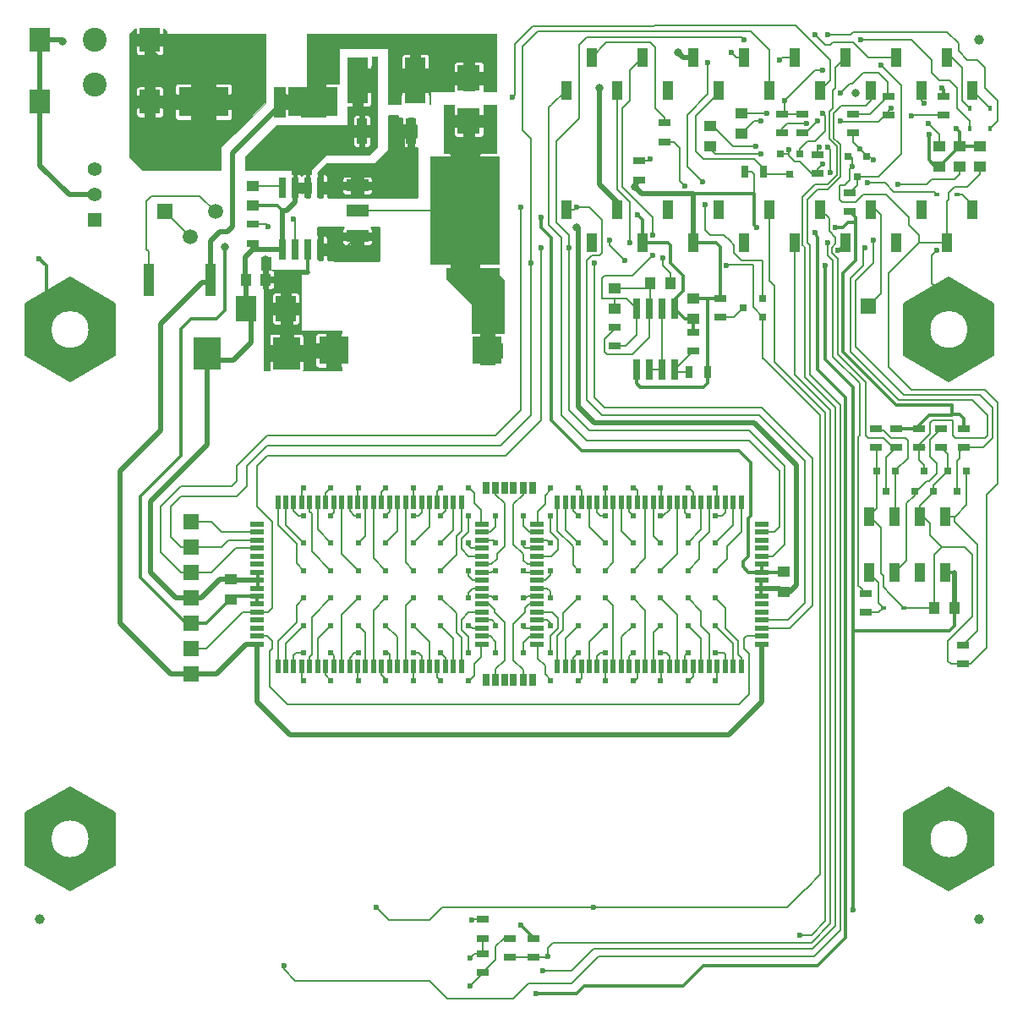
<source format=gbr>
G04 #@! TF.FileFunction,Copper,L2,Bot,Signal*
%FSLAX46Y46*%
G04 Gerber Fmt 4.6, Leading zero omitted, Abs format (unit mm)*
G04 Created by KiCad (PCBNEW 4.1.0-alpha+201607190716+6983~46~ubuntu14.04.1-product) date Tue Aug 16 21:10:14 2016*
%MOMM*%
%LPD*%
G01*
G04 APERTURE LIST*
%ADD10C,0.100000*%
%ADD11C,2.250000*%
%ADD12C,1.000000*%
%ADD13C,0.150000*%
%ADD14R,0.660400X2.032000*%
%ADD15R,1.020000X1.900000*%
%ADD16C,1.510000*%
%ADD17R,1.510000X1.510000*%
%ADD18R,1.000000X3.200000*%
%ADD19R,1.000000X2.500000*%
%ADD20R,2.920000X2.790000*%
%ADD21R,2.286000X1.143000*%
%ADD22R,6.997700X10.800080*%
%ADD23R,1.000000X1.250000*%
%ADD24R,1.250000X1.000000*%
%ADD25R,2.000000X2.500000*%
%ADD26R,1.300000X0.700000*%
%ADD27R,5.000000X3.000000*%
%ADD28R,2.700000X3.200000*%
%ADD29R,1.020000X1.850000*%
%ADD30C,2.400000*%
%ADD31R,2.000000X2.400000*%
%ADD32R,0.450000X0.590000*%
%ADD33R,0.590000X0.450000*%
%ADD34R,0.800100X0.800100*%
%ADD35R,0.700000X1.300000*%
%ADD36R,1.397000X1.397000*%
%ADD37C,1.397000*%
%ADD38R,2.000000X4.600000*%
%ADD39R,2.300000X2.500000*%
%ADD40R,0.500000X1.480000*%
%ADD41R,1.480000X0.500000*%
%ADD42C,1.000000*%
%ADD43C,0.604800*%
%ADD44R,0.800000X1.300000*%
%ADD45R,1.501140X1.501140*%
%ADD46C,0.800000*%
%ADD47C,0.600000*%
%ADD48C,0.500000*%
%ADD49C,0.300000*%
%ADD50C,0.200000*%
%ADD51C,0.254000*%
G04 APERTURE END LIST*
D10*
D11*
X146982767Y-74000000D02*
G75*
G03X146982767Y-74000000I-2982767J0D01*
G01*
D12*
X144000000Y-69400000D02*
X148000000Y-71700000D01*
X148000000Y-71700000D02*
X148000000Y-76300000D01*
X148000000Y-76300000D02*
X144000000Y-78600000D01*
X144000000Y-78600000D02*
X140000000Y-76300000D01*
X140000000Y-76300000D02*
X140000000Y-71700000D01*
X140000000Y-71700000D02*
X144000000Y-69400000D01*
D13*
X148500000Y-76598000D02*
X144000000Y-79196000D01*
X144000000Y-79196000D02*
X139500000Y-76598000D01*
X139500000Y-71402000D02*
X144000000Y-68804000D01*
X144000000Y-68804000D02*
X148500000Y-71402000D01*
X148500000Y-71402000D02*
X148500000Y-76598000D01*
X139500000Y-71402000D02*
X139500000Y-76598000D01*
D11*
X58982767Y-74000000D02*
G75*
G03X58982767Y-74000000I-2982767J0D01*
G01*
D12*
X56000000Y-69400000D02*
X60000000Y-71700000D01*
X60000000Y-71700000D02*
X60000000Y-76300000D01*
X60000000Y-76300000D02*
X56000000Y-78600000D01*
X56000000Y-78600000D02*
X52000000Y-76300000D01*
X52000000Y-76300000D02*
X52000000Y-71700000D01*
X52000000Y-71700000D02*
X56000000Y-69400000D01*
D13*
X60500000Y-76598000D02*
X56000000Y-79196000D01*
X56000000Y-79196000D02*
X51500000Y-76598000D01*
X51500000Y-71402000D02*
X56000000Y-68804000D01*
X56000000Y-68804000D02*
X60500000Y-71402000D01*
X60500000Y-71402000D02*
X60500000Y-76598000D01*
X51500000Y-71402000D02*
X51500000Y-76598000D01*
D11*
X146982767Y-125000000D02*
G75*
G03X146982767Y-125000000I-2982767J0D01*
G01*
D12*
X144000000Y-120400000D02*
X148000000Y-122700000D01*
X148000000Y-122700000D02*
X148000000Y-127300000D01*
X148000000Y-127300000D02*
X144000000Y-129600000D01*
X144000000Y-129600000D02*
X140000000Y-127300000D01*
X140000000Y-127300000D02*
X140000000Y-122700000D01*
X140000000Y-122700000D02*
X144000000Y-120400000D01*
D13*
X148500000Y-127598000D02*
X144000000Y-130196000D01*
X144000000Y-130196000D02*
X139500000Y-127598000D01*
X139500000Y-122402000D02*
X144000000Y-119804000D01*
X144000000Y-119804000D02*
X148500000Y-122402000D01*
X148500000Y-122402000D02*
X148500000Y-127598000D01*
X139500000Y-122402000D02*
X139500000Y-127598000D01*
D11*
X58982767Y-125000000D02*
G75*
G03X58982767Y-125000000I-2982767J0D01*
G01*
D12*
X56000000Y-120400000D02*
X60000000Y-122700000D01*
X60000000Y-122700000D02*
X60000000Y-127300000D01*
X60000000Y-127300000D02*
X56000000Y-129600000D01*
X56000000Y-129600000D02*
X52000000Y-127300000D01*
X52000000Y-127300000D02*
X52000000Y-122700000D01*
X52000000Y-122700000D02*
X56000000Y-120400000D01*
D13*
X60500000Y-127598000D02*
X56000000Y-130196000D01*
X56000000Y-130196000D02*
X51500000Y-127598000D01*
X51500000Y-122402000D02*
X56000000Y-119804000D01*
X56000000Y-119804000D02*
X60500000Y-122402000D01*
X60500000Y-122402000D02*
X60500000Y-127598000D01*
X51500000Y-122402000D02*
X51500000Y-127598000D01*
D14*
X116507000Y-78030400D03*
X115237000Y-78030400D03*
X113967000Y-78030400D03*
X112697000Y-78030400D03*
X112697000Y-71883600D03*
X113967000Y-71883600D03*
X115237000Y-71883600D03*
X116507000Y-71883600D03*
D15*
X146320000Y-61970000D03*
X143780000Y-65270000D03*
X141240000Y-61970000D03*
X138700000Y-65270000D03*
X136160000Y-61970000D03*
X133620000Y-65270000D03*
X131080000Y-61970000D03*
X128540000Y-65270000D03*
X126000000Y-61970000D03*
X123460000Y-65270000D03*
X118380000Y-65270000D03*
X113300000Y-65270000D03*
X108220000Y-65270000D03*
X105680000Y-61970000D03*
X115840000Y-61970000D03*
X110760000Y-61970000D03*
X120920000Y-61970000D03*
X136160000Y-50030000D03*
X141240000Y-50030000D03*
X131080000Y-50030000D03*
X146320000Y-50030000D03*
X143780000Y-46730000D03*
X138700000Y-46730000D03*
X133620000Y-46730000D03*
X128540000Y-46730000D03*
X126000000Y-50030000D03*
X123460000Y-46730000D03*
X120920000Y-50030000D03*
X118380000Y-46730000D03*
X115840000Y-50030000D03*
X113300000Y-46730000D03*
X110760000Y-50030000D03*
X108220000Y-46730000D03*
X105680000Y-50030000D03*
D16*
X70536000Y-62154000D03*
D17*
X65456000Y-62154000D03*
D16*
X67996000Y-64694000D03*
D18*
X70074000Y-68994000D03*
X63874000Y-68994000D03*
D19*
X90125000Y-54135000D03*
X85225000Y-54135000D03*
D20*
X82409000Y-76092000D03*
X97779000Y-76092000D03*
D21*
X84760000Y-62122000D03*
D22*
X95555000Y-62122000D03*
D21*
X84760000Y-59582000D03*
X84760000Y-64662000D03*
D23*
X75594000Y-68994000D03*
X73594000Y-68994000D03*
D24*
X74340000Y-59612000D03*
X74340000Y-61612000D03*
D25*
X77610000Y-71915000D03*
X73610000Y-71915000D03*
D26*
X74340000Y-63472000D03*
X74340000Y-65372000D03*
D27*
X80354000Y-51200000D03*
X69354000Y-51200000D03*
D28*
X77655000Y-76360000D03*
X69755000Y-76360000D03*
D24*
X120104000Y-53618000D03*
X120104000Y-55618000D03*
X145082000Y-57669000D03*
X145082000Y-55669000D03*
X123238000Y-54367000D03*
X123238000Y-52367000D03*
X143050000Y-55669000D03*
X143050000Y-57669000D03*
D29*
X143610000Y-92706000D03*
X141070000Y-92706000D03*
X138530000Y-92706000D03*
X135990000Y-92706000D03*
X143610000Y-98356000D03*
X141070000Y-98356000D03*
X138530000Y-98356000D03*
X135990000Y-98356000D03*
D30*
X58500000Y-49500000D03*
D31*
X53000000Y-45000000D03*
X64000000Y-45000000D03*
X53000000Y-51200000D03*
X64000000Y-51200000D03*
D30*
X58500000Y-45000000D03*
D26*
X112954000Y-59024000D03*
X112954000Y-57124000D03*
X143472000Y-52520000D03*
X143472000Y-50620000D03*
D24*
X147114000Y-57669000D03*
X147114000Y-55669000D03*
D32*
X148130000Y-51804000D03*
X148130000Y-53914000D03*
D33*
X144867000Y-60479000D03*
X142757000Y-60479000D03*
D34*
X133886000Y-56665240D03*
X135786000Y-56665240D03*
X134836000Y-58664220D03*
X127155000Y-56411240D03*
X129055000Y-56411240D03*
X128105000Y-58410220D03*
D26*
X121082000Y-72764000D03*
X121082000Y-70864000D03*
X115494000Y-53314000D03*
X115494000Y-55214000D03*
D35*
X123558000Y-58193000D03*
X125458000Y-58193000D03*
D26*
X134074000Y-62172000D03*
X134074000Y-60272000D03*
X130899000Y-58362000D03*
X130899000Y-56462000D03*
X127302000Y-52417000D03*
X127302000Y-54317000D03*
X137970000Y-50639000D03*
X137970000Y-52539000D03*
X134414000Y-52417000D03*
X134414000Y-54317000D03*
D32*
X146098000Y-51804000D03*
X146098000Y-53914000D03*
D34*
X125384760Y-70864000D03*
X125384760Y-72764000D03*
X123385780Y-71814000D03*
D26*
X129334000Y-52417000D03*
X129334000Y-54317000D03*
D24*
X127432000Y-98246000D03*
X127432000Y-100246000D03*
X72060000Y-101008000D03*
X72060000Y-99008000D03*
D36*
X58500000Y-63040000D03*
D37*
X58500000Y-60500000D03*
X58500000Y-57960000D03*
D38*
X90575000Y-49055000D03*
X84775000Y-49055000D03*
D39*
X95930000Y-48810000D03*
X95930000Y-53110000D03*
D14*
X77267000Y-59810600D03*
X78537000Y-59810600D03*
X79807000Y-59810600D03*
X81077000Y-59810600D03*
X81077000Y-65957400D03*
X79807000Y-65957400D03*
X78537000Y-65957400D03*
X77267000Y-65957400D03*
D26*
X102410000Y-136867000D03*
X102410000Y-134967000D03*
X99997000Y-134967000D03*
X99997000Y-136867000D03*
X97330000Y-136491000D03*
X97330000Y-138391000D03*
X97330000Y-133062000D03*
X97330000Y-134962000D03*
D40*
X95200000Y-107740000D03*
X94400000Y-107740000D03*
X93600000Y-107740000D03*
X92800000Y-107740000D03*
X92000000Y-107740000D03*
X91200000Y-107740000D03*
X90400000Y-107740000D03*
X89600000Y-107740000D03*
X88800000Y-107740000D03*
X88000000Y-107740000D03*
X87200000Y-107740000D03*
X86400000Y-107740000D03*
X85600000Y-107740000D03*
X84800000Y-107740000D03*
X84000000Y-107740000D03*
X83200000Y-107740000D03*
X82400000Y-107740000D03*
X81600000Y-107740000D03*
X80800000Y-107740000D03*
X80000000Y-107740000D03*
X79200000Y-107740000D03*
X78400000Y-107740000D03*
X77600000Y-107740000D03*
X76800000Y-107740000D03*
D41*
X74760000Y-105500000D03*
X74760000Y-104700000D03*
X74760000Y-103900000D03*
X74760000Y-103100000D03*
X74760000Y-102300000D03*
X74760000Y-101500000D03*
X74760000Y-100700000D03*
X74760000Y-99900000D03*
X74760000Y-99100000D03*
X74760000Y-98300000D03*
X74760000Y-97500000D03*
X74760000Y-96700000D03*
X74760000Y-95900000D03*
X74760000Y-95100000D03*
X74760000Y-94300000D03*
X74760000Y-93500000D03*
D40*
X76800000Y-91260000D03*
X77600000Y-91260000D03*
X78400000Y-91260000D03*
X79200000Y-91260000D03*
X80000000Y-91260000D03*
X80800000Y-91260000D03*
X81600000Y-91260000D03*
X82400000Y-91260000D03*
X83200000Y-91260000D03*
X84000000Y-91260000D03*
X84800000Y-91260000D03*
X85600000Y-91260000D03*
X86400000Y-91260000D03*
X87200000Y-91260000D03*
X88000000Y-91260000D03*
X88800000Y-91260000D03*
X89600000Y-91260000D03*
X90400000Y-91260000D03*
X91200000Y-91260000D03*
X92000000Y-91260000D03*
X92800000Y-91260000D03*
X93600000Y-91260000D03*
X94400000Y-91260000D03*
X95200000Y-91260000D03*
D41*
X97240000Y-93500000D03*
X97240000Y-94300000D03*
X97240000Y-95100000D03*
X97240000Y-95900000D03*
X97240000Y-96700000D03*
X97240000Y-97500000D03*
X97240000Y-98300000D03*
X97240000Y-99100000D03*
X97240000Y-99900000D03*
X97240000Y-100700000D03*
X97240000Y-101500000D03*
X97240000Y-102300000D03*
X97240000Y-103100000D03*
X97240000Y-103900000D03*
X97240000Y-104700000D03*
X97240000Y-105500000D03*
D40*
X104800000Y-91260000D03*
X105600000Y-91260000D03*
X106400000Y-91260000D03*
X107200000Y-91260000D03*
X108000000Y-91260000D03*
X108800000Y-91260000D03*
X109600000Y-91260000D03*
X110400000Y-91260000D03*
X111200000Y-91260000D03*
X112000000Y-91260000D03*
X112800000Y-91260000D03*
X113600000Y-91260000D03*
X114400000Y-91260000D03*
X115200000Y-91260000D03*
X116000000Y-91260000D03*
X116800000Y-91260000D03*
X117600000Y-91260000D03*
X118400000Y-91260000D03*
X119200000Y-91260000D03*
X120000000Y-91260000D03*
X120800000Y-91260000D03*
X121600000Y-91260000D03*
X122400000Y-91260000D03*
X123200000Y-91260000D03*
D41*
X125240000Y-93500000D03*
X125240000Y-94300000D03*
X125240000Y-95100000D03*
X125240000Y-95900000D03*
X125240000Y-96700000D03*
X125240000Y-97500000D03*
X125240000Y-98300000D03*
X125240000Y-99100000D03*
X125240000Y-99900000D03*
X125240000Y-100700000D03*
X125240000Y-101500000D03*
X125240000Y-102300000D03*
X125240000Y-103100000D03*
X125240000Y-103900000D03*
X125240000Y-104700000D03*
X125240000Y-105500000D03*
D40*
X123200000Y-107740000D03*
X122400000Y-107740000D03*
X121600000Y-107740000D03*
X120800000Y-107740000D03*
X120000000Y-107740000D03*
X119200000Y-107740000D03*
X118400000Y-107740000D03*
X117600000Y-107740000D03*
X116800000Y-107740000D03*
X116000000Y-107740000D03*
X115200000Y-107740000D03*
X114400000Y-107740000D03*
X113600000Y-107740000D03*
X112800000Y-107740000D03*
X112000000Y-107740000D03*
X111200000Y-107740000D03*
X110400000Y-107740000D03*
X109600000Y-107740000D03*
X108800000Y-107740000D03*
X108000000Y-107740000D03*
X107200000Y-107740000D03*
X106400000Y-107740000D03*
X105600000Y-107740000D03*
X104800000Y-107740000D03*
D41*
X102760000Y-105500000D03*
X102760000Y-104700000D03*
X102760000Y-103900000D03*
X102760000Y-103100000D03*
X102760000Y-102300000D03*
X102760000Y-101500000D03*
X102760000Y-100700000D03*
X102760000Y-99900000D03*
X102760000Y-99100000D03*
X102760000Y-98300000D03*
X102760000Y-97500000D03*
X102760000Y-96700000D03*
X102760000Y-95900000D03*
X102760000Y-95100000D03*
X102760000Y-94300000D03*
X102760000Y-93500000D03*
D42*
X147000000Y-45000000D03*
X147000000Y-133000000D03*
X53000000Y-133000000D03*
D23*
X142558000Y-101881000D03*
X144558000Y-101881000D03*
D33*
X139533000Y-101881000D03*
X137423000Y-101881000D03*
D34*
X142476000Y-90181760D03*
X140576000Y-90181760D03*
X141526000Y-88182780D03*
X143878000Y-88180240D03*
X145778000Y-88180240D03*
X144828000Y-90179220D03*
X136766000Y-88180240D03*
X138666000Y-88180240D03*
X137716000Y-90179220D03*
D26*
X141000000Y-85825000D03*
X141000000Y-83925000D03*
X135684000Y-100423000D03*
X135684000Y-102323000D03*
X143250000Y-83925000D03*
X143250000Y-85825000D03*
X145450000Y-105575000D03*
X145450000Y-107475000D03*
X136700000Y-83913000D03*
X136700000Y-85813000D03*
X138732000Y-85813000D03*
X138732000Y-83913000D03*
X145500000Y-85825000D03*
X145500000Y-83925000D03*
D24*
X118412000Y-70909000D03*
X118412000Y-72909000D03*
D23*
X114110000Y-69369000D03*
X116110000Y-69369000D03*
D24*
X110538000Y-71893000D03*
X110538000Y-69893000D03*
D35*
X119870000Y-78259000D03*
X117970000Y-78259000D03*
D26*
X118412000Y-76161000D03*
X118412000Y-74261000D03*
X110538000Y-75653000D03*
X110538000Y-73753000D03*
D43*
X120625000Y-98125000D03*
X120625000Y-95375000D03*
X120625000Y-92625000D03*
X120625000Y-89875000D03*
X117875000Y-98125000D03*
X117875000Y-95375000D03*
X117875000Y-89875000D03*
X117875000Y-92625000D03*
X115125000Y-98125000D03*
X115125000Y-92625000D03*
X115125000Y-89875000D03*
X115125000Y-95375000D03*
X112375000Y-98125000D03*
X112375000Y-89875000D03*
X112375000Y-92625000D03*
X112375000Y-95375000D03*
X109625000Y-98125000D03*
X109625000Y-89875000D03*
X109625000Y-92625000D03*
X109625000Y-95375000D03*
X106875000Y-89875000D03*
X106875000Y-92625000D03*
X106875000Y-95375000D03*
X106875000Y-98125000D03*
X104125000Y-89875000D03*
X101375000Y-92625000D03*
X104125000Y-95375000D03*
X101375000Y-95375000D03*
X104125000Y-92625000D03*
X101375000Y-89875000D03*
X101375000Y-98125000D03*
X104125000Y-98125000D03*
X104125000Y-100875000D03*
X101375000Y-100875000D03*
X101375000Y-109125000D03*
X104125000Y-106375000D03*
X104125000Y-103625000D03*
X101375000Y-103625000D03*
X101375000Y-106375000D03*
X104125000Y-109125000D03*
X106875000Y-100875000D03*
X106875000Y-103625000D03*
X106875000Y-106375000D03*
X106875000Y-109125000D03*
X109625000Y-103625000D03*
X109625000Y-106375000D03*
X109625000Y-109125000D03*
X109625000Y-100875000D03*
X112375000Y-103625000D03*
X112375000Y-106375000D03*
X112375000Y-109125000D03*
X112375000Y-100875000D03*
X115125000Y-103625000D03*
X115125000Y-109125000D03*
X115125000Y-106375000D03*
X115125000Y-100875000D03*
X117875000Y-106375000D03*
X117875000Y-109125000D03*
X117875000Y-103625000D03*
X117875000Y-100875000D03*
X120625000Y-109125000D03*
X120625000Y-106375000D03*
X120625000Y-103625000D03*
X120625000Y-100875000D03*
X98625000Y-109125000D03*
X95875000Y-109125000D03*
X93125000Y-109125000D03*
X90375000Y-109125000D03*
X87625000Y-109125000D03*
X84875000Y-109125000D03*
X82125000Y-109125000D03*
X79375000Y-109125000D03*
X98625000Y-106375000D03*
X95875000Y-106375000D03*
X93125000Y-106375000D03*
X90375000Y-106375000D03*
X87625000Y-106375000D03*
X84875000Y-106375000D03*
X82125000Y-106375000D03*
X79375000Y-106375000D03*
X98625000Y-103625000D03*
X95875000Y-103625000D03*
X93125000Y-103625000D03*
X90375000Y-103625000D03*
X87625000Y-103625000D03*
X84875000Y-103625000D03*
X82125000Y-103625000D03*
X79375000Y-103625000D03*
X98625000Y-100875000D03*
X95875000Y-100875000D03*
X93125000Y-100875000D03*
X90375000Y-100875000D03*
X87625000Y-100875000D03*
X84875000Y-100875000D03*
X82125000Y-100875000D03*
X79375000Y-100875000D03*
X98625000Y-98125000D03*
X95875000Y-98125000D03*
X93125000Y-98125000D03*
X90375000Y-98125000D03*
X87625000Y-98125000D03*
X84875000Y-98125000D03*
X82125000Y-98125000D03*
X79375000Y-98125000D03*
X98625000Y-95375000D03*
X95875000Y-95375000D03*
X93125000Y-95375000D03*
X90375000Y-95375000D03*
X87625000Y-95375000D03*
X84875000Y-95375000D03*
X82125000Y-95375000D03*
X79375000Y-95375000D03*
X98625000Y-92625000D03*
X95875000Y-92625000D03*
X93125000Y-92625000D03*
X90375000Y-92625000D03*
X87625000Y-92625000D03*
X84875000Y-92625000D03*
X82125000Y-92625000D03*
X79375000Y-92625000D03*
X98625000Y-89875000D03*
X95875000Y-89875000D03*
X93125000Y-89875000D03*
X90375000Y-89875000D03*
X87625000Y-89875000D03*
X84875000Y-89875000D03*
X82125000Y-89875000D03*
X79375000Y-89875000D03*
D44*
X101370000Y-109104000D03*
D35*
X100420000Y-109104000D03*
X102320000Y-109104000D03*
D44*
X98620000Y-89854000D03*
D35*
X97670000Y-89854000D03*
X99570000Y-89854000D03*
D44*
X101370000Y-89854000D03*
D35*
X100420000Y-89854000D03*
X102320000Y-89854000D03*
D44*
X98620000Y-109104000D03*
D35*
X99570000Y-109104000D03*
X97670000Y-109104000D03*
D45*
X68120000Y-103405000D03*
X68120000Y-108485000D03*
X68120000Y-95785000D03*
X68120000Y-93245000D03*
X68120000Y-105945000D03*
X68120000Y-98325000D03*
X68120000Y-100865000D03*
X135938000Y-71655000D03*
D46*
X134668000Y-50319000D03*
X75610000Y-66962000D03*
D47*
X52920000Y-66915000D03*
X76756000Y-54383000D03*
X75232000Y-55907000D03*
X73962000Y-57431000D03*
X70406000Y-57431000D03*
X70406000Y-55907000D03*
X70914000Y-54383000D03*
X112824000Y-62511000D03*
X131620000Y-67591000D03*
X134414000Y-132107000D03*
D46*
X106728000Y-63781000D03*
D47*
X144701000Y-53875000D03*
X142034000Y-54510000D03*
X143304000Y-49811000D03*
D46*
X116888000Y-46255000D03*
X66000000Y-54500000D03*
X65704000Y-47658000D03*
D47*
X124676000Y-55634000D03*
X125184000Y-56396000D03*
X138900000Y-59444000D03*
X125184000Y-53094000D03*
X125778000Y-52351000D03*
X141948000Y-53348000D03*
D46*
X55290000Y-45118000D03*
X109014000Y-49811000D03*
D47*
X114094000Y-56923000D03*
X102664000Y-140489000D03*
X101140000Y-133631000D03*
X130604000Y-64289000D03*
X103172000Y-62765000D03*
X124762000Y-63781000D03*
X132636000Y-63781000D03*
D46*
X112570000Y-59717000D03*
X71546000Y-65692000D03*
D47*
X101140000Y-61749000D03*
X106728000Y-61749000D03*
X108506000Y-67337000D03*
X102156000Y-67337000D03*
X131366000Y-57431000D03*
X134287000Y-57685000D03*
X127978000Y-56015000D03*
X127556000Y-51081000D03*
X131407000Y-48014000D03*
X133144000Y-50319000D03*
X131874000Y-44477000D03*
X129756000Y-53348000D03*
X135811000Y-59336000D03*
X131026000Y-55761000D03*
X121714000Y-67591000D03*
X110030000Y-65051000D03*
X111554000Y-67083000D03*
X86662000Y-131853000D03*
X108379000Y-131853000D03*
X137208000Y-47525000D03*
X122222000Y-46255000D03*
X77391000Y-137695000D03*
X129080000Y-134647000D03*
X135176000Y-44985000D03*
X132128000Y-58320000D03*
X131874000Y-55780000D03*
X130858000Y-53113000D03*
X127048000Y-47017000D03*
X119850000Y-47252000D03*
X119555000Y-61495000D03*
X119301000Y-59209000D03*
X100254000Y-50708000D03*
X117526000Y-59598000D03*
X75864000Y-63660000D03*
X96187000Y-133123000D03*
X96060000Y-139727000D03*
X103807000Y-136806000D03*
X96060000Y-136933000D03*
X103299000Y-138203000D03*
X123492000Y-44985000D03*
X130604000Y-44477000D03*
X103172000Y-65813000D03*
X105966000Y-65813000D03*
X140256000Y-52605000D03*
X138224000Y-51843000D03*
X131366000Y-52351000D03*
X133144000Y-53113000D03*
X136446000Y-57050000D03*
X135090000Y-55888000D03*
X135557000Y-65813000D03*
X141526000Y-51335000D03*
X136446000Y-65051000D03*
X114348000Y-64543000D03*
X131874000Y-65305000D03*
X112062000Y-65305000D03*
X114348000Y-66575000D03*
X132890000Y-66067000D03*
X142796000Y-66067000D03*
X115364000Y-66829000D03*
X78404000Y-62898000D03*
D48*
X79807000Y-68232000D02*
X79102000Y-68232000D01*
X79102000Y-68232000D02*
X77610000Y-69724000D01*
D49*
X79807000Y-66059000D02*
X79807000Y-68232000D01*
X79807000Y-68232000D02*
X79807000Y-68329000D01*
D48*
X75594000Y-68994000D02*
X76880000Y-68994000D01*
X76880000Y-68994000D02*
X77610000Y-69724000D01*
X77610000Y-69724000D02*
X77610000Y-71915000D01*
X75594000Y-66978000D02*
X75594000Y-68994000D01*
X75610000Y-66962000D02*
X75594000Y-66978000D01*
X78124000Y-72798000D02*
X78124000Y-77034000D01*
X78124000Y-77034000D02*
X78042000Y-77116000D01*
D50*
X82409000Y-75592000D02*
X81458000Y-75592000D01*
X81458000Y-75592000D02*
X79934000Y-77116000D01*
X79934000Y-77116000D02*
X78042000Y-77116000D01*
X78124000Y-77034000D02*
X78042000Y-77116000D01*
X78124000Y-77034000D02*
X78042000Y-77116000D01*
X97779000Y-69307000D02*
X97779000Y-75592000D01*
X95930000Y-53110000D02*
X95930000Y-61747000D01*
X95930000Y-61747000D02*
X95555000Y-62122000D01*
X95555000Y-62122000D02*
X95555000Y-67583000D01*
X95555000Y-67583000D02*
X97779000Y-69807000D01*
X95726000Y-61951000D02*
X95555000Y-62122000D01*
X84760000Y-62122000D02*
X95555000Y-62122000D01*
X79200000Y-91350000D02*
X79200000Y-90050000D01*
X79200000Y-90050000D02*
X79375000Y-89875000D01*
X81600000Y-91350000D02*
X81600000Y-90400000D01*
X81600000Y-90400000D02*
X82125000Y-89875000D01*
X84800000Y-91350000D02*
X84800000Y-89950000D01*
X84800000Y-89950000D02*
X84875000Y-89875000D01*
X87200000Y-91350000D02*
X87200000Y-90300000D01*
X87200000Y-90300000D02*
X87625000Y-89875000D01*
X90400000Y-91350000D02*
X90400000Y-89900000D01*
X90400000Y-89900000D02*
X90375000Y-89875000D01*
X92800000Y-91350000D02*
X92800000Y-90200000D01*
X92800000Y-90200000D02*
X93125000Y-89875000D01*
X95875000Y-89875000D02*
X95963000Y-89875000D01*
X95963000Y-89875000D02*
X96444000Y-90356000D01*
X96444000Y-90356000D02*
X96444000Y-91372000D01*
X96444000Y-91372000D02*
X97150000Y-92078000D01*
X97150000Y-92078000D02*
X97150000Y-93500000D01*
X98625000Y-89875000D02*
X98625000Y-90505000D01*
X98190000Y-97500000D02*
X97150000Y-97500000D01*
X98730000Y-96960000D02*
X98190000Y-97500000D01*
X98730000Y-96452000D02*
X98730000Y-96960000D01*
X99492000Y-95690000D02*
X98730000Y-96452000D01*
X99492000Y-91372000D02*
X99492000Y-95690000D01*
X98625000Y-90505000D02*
X99492000Y-91372000D01*
X78400000Y-91350000D02*
X78400000Y-92124000D01*
X78901000Y-92625000D02*
X79375000Y-92625000D01*
X78400000Y-92124000D02*
X78901000Y-92625000D01*
X82400000Y-91350000D02*
X82400000Y-92350000D01*
X82400000Y-92350000D02*
X82125000Y-92625000D01*
X84000000Y-91350000D02*
X84000000Y-92136000D01*
X84489000Y-92625000D02*
X84875000Y-92625000D01*
X84000000Y-92136000D02*
X84489000Y-92625000D01*
X88000000Y-91350000D02*
X88000000Y-92250000D01*
X88000000Y-92250000D02*
X87625000Y-92625000D01*
X91200000Y-91350000D02*
X91200000Y-92298000D01*
X90873000Y-92625000D02*
X90375000Y-92625000D01*
X91200000Y-92298000D02*
X90873000Y-92625000D01*
X93600000Y-91350000D02*
X93600000Y-92150000D01*
X93600000Y-92150000D02*
X93125000Y-92625000D01*
X95875000Y-92625000D02*
X95875000Y-94227000D01*
X95930000Y-96700000D02*
X97150000Y-96700000D01*
X95174000Y-95944000D02*
X95930000Y-96700000D01*
X95174000Y-94928000D02*
X95174000Y-95944000D01*
X95875000Y-94227000D02*
X95174000Y-94928000D01*
X98625000Y-92625000D02*
X98625000Y-93763000D01*
X98088000Y-94300000D02*
X97150000Y-94300000D01*
X98625000Y-93763000D02*
X98088000Y-94300000D01*
X77600000Y-91350000D02*
X77600000Y-93600000D01*
X77600000Y-93600000D02*
X79375000Y-95375000D01*
X80800000Y-91350000D02*
X80800000Y-94050000D01*
X80800000Y-94050000D02*
X82125000Y-95375000D01*
X85600000Y-91350000D02*
X85600000Y-94650000D01*
X85600000Y-94650000D02*
X84875000Y-95375000D01*
X88800000Y-91350000D02*
X88800000Y-94200000D01*
X88800000Y-94200000D02*
X87625000Y-95375000D01*
X92000000Y-91350000D02*
X92000000Y-93750000D01*
X92000000Y-93750000D02*
X90375000Y-95375000D01*
X94400000Y-91350000D02*
X94400000Y-94100000D01*
X94400000Y-94100000D02*
X93125000Y-95375000D01*
X95875000Y-95375000D02*
X95875000Y-95629000D01*
X95875000Y-95629000D02*
X96146000Y-95900000D01*
X96146000Y-95900000D02*
X97150000Y-95900000D01*
X98625000Y-95375000D02*
X98625000Y-95331000D01*
X98625000Y-95331000D02*
X98394000Y-95100000D01*
X98394000Y-95100000D02*
X97150000Y-95100000D01*
X76800000Y-91350000D02*
X76800000Y-93572000D01*
X78664000Y-97414000D02*
X79375000Y-98125000D01*
X78664000Y-95436000D02*
X78664000Y-97414000D01*
X76800000Y-93572000D02*
X78664000Y-95436000D01*
X80000000Y-91350000D02*
X80000000Y-92200000D01*
X80188000Y-96188000D02*
X82125000Y-98125000D01*
X80188000Y-92388000D02*
X80188000Y-96188000D01*
X80000000Y-92200000D02*
X80188000Y-92388000D01*
X83200000Y-91350000D02*
X83200000Y-96450000D01*
X83200000Y-96450000D02*
X84875000Y-98125000D01*
X86400000Y-91350000D02*
X86400000Y-96900000D01*
X86400000Y-96900000D02*
X87625000Y-98125000D01*
X89600000Y-91350000D02*
X89600000Y-97350000D01*
X89600000Y-97350000D02*
X90375000Y-98125000D01*
X95200000Y-91350000D02*
X95200000Y-94140000D01*
X94666000Y-96584000D02*
X93125000Y-98125000D01*
X94666000Y-94674000D02*
X94666000Y-96584000D01*
X95200000Y-94140000D02*
X94666000Y-94674000D01*
X95875000Y-98125000D02*
X95875000Y-98677000D01*
X96298000Y-99100000D02*
X97150000Y-99100000D01*
X95875000Y-98677000D02*
X96298000Y-99100000D01*
X98625000Y-98125000D02*
X98327000Y-98125000D01*
X98327000Y-98125000D02*
X98152000Y-98300000D01*
X98152000Y-98300000D02*
X97150000Y-98300000D01*
X76800000Y-107650000D02*
X76800000Y-105174000D01*
X78664000Y-101586000D02*
X79375000Y-100875000D01*
X78664000Y-103310000D02*
X78664000Y-101586000D01*
X76800000Y-105174000D02*
X78664000Y-103310000D01*
X80000000Y-107650000D02*
X80000000Y-106757998D01*
X80188000Y-102812000D02*
X82125000Y-100875000D01*
X80188000Y-106569998D02*
X80188000Y-102812000D01*
X80000000Y-106757998D02*
X80188000Y-106569998D01*
X83200000Y-107650000D02*
X83200000Y-102550000D01*
X83200000Y-102550000D02*
X84875000Y-100875000D01*
X86400000Y-107650000D02*
X86400000Y-102100000D01*
X86400000Y-102100000D02*
X87625000Y-100875000D01*
X89600000Y-107650000D02*
X89600000Y-101650000D01*
X89600000Y-101650000D02*
X90375000Y-100875000D01*
X95200000Y-107650000D02*
X95200000Y-104860000D01*
X94666000Y-102416000D02*
X93125000Y-100875000D01*
X94666000Y-104326000D02*
X94666000Y-102416000D01*
X95200000Y-104860000D02*
X94666000Y-104326000D01*
X95875000Y-100875000D02*
X95875000Y-100323000D01*
X96298000Y-99900000D02*
X97150000Y-99900000D01*
X95875000Y-100323000D02*
X96298000Y-99900000D01*
X98625000Y-100875000D02*
X98327000Y-100875000D01*
X98327000Y-100875000D02*
X98152000Y-100700000D01*
X98152000Y-100700000D02*
X97150000Y-100700000D01*
X77600000Y-107650000D02*
X77600000Y-105400000D01*
X77600000Y-105400000D02*
X79375000Y-103625000D01*
X80800000Y-107650000D02*
X80800000Y-104950000D01*
X80800000Y-104950000D02*
X82125000Y-103625000D01*
X85600000Y-107650000D02*
X85600000Y-104350000D01*
X85600000Y-104350000D02*
X84875000Y-103625000D01*
X88800000Y-107650000D02*
X88800000Y-104800000D01*
X88800000Y-104800000D02*
X87625000Y-103625000D01*
X92000000Y-107650000D02*
X92000000Y-105250000D01*
X92000000Y-105250000D02*
X90375000Y-103625000D01*
X94400000Y-107650000D02*
X94400000Y-104900000D01*
X94400000Y-104900000D02*
X93125000Y-103625000D01*
X95875000Y-103625000D02*
X95997000Y-103625000D01*
X95997000Y-103625000D02*
X96272000Y-103900000D01*
X96272000Y-103900000D02*
X97150000Y-103900000D01*
X98625000Y-103625000D02*
X98625000Y-103459000D01*
X98625000Y-103459000D02*
X98266000Y-103100000D01*
X98266000Y-103100000D02*
X97150000Y-103100000D01*
X78400000Y-107650000D02*
X78400000Y-106622000D01*
X78647000Y-106375000D02*
X79375000Y-106375000D01*
X78400000Y-106622000D02*
X78647000Y-106375000D01*
X82400000Y-107650000D02*
X82400000Y-106650000D01*
X82400000Y-106650000D02*
X82125000Y-106375000D01*
X84000000Y-107650000D02*
X84000000Y-106864000D01*
X84489000Y-106375000D02*
X84875000Y-106375000D01*
X84000000Y-106864000D02*
X84489000Y-106375000D01*
X87625000Y-106375000D02*
X87825000Y-106375000D01*
X87825000Y-106375000D02*
X88000000Y-106550000D01*
X88000000Y-106550000D02*
X88000000Y-107650000D01*
X91200000Y-107650000D02*
X91200000Y-106702000D01*
X90873000Y-106375000D02*
X90375000Y-106375000D01*
X91200000Y-106702000D02*
X90873000Y-106375000D01*
X93600000Y-107650000D02*
X93600000Y-106850000D01*
X93600000Y-106850000D02*
X93125000Y-106375000D01*
X95875000Y-106375000D02*
X95875000Y-104773000D01*
X95930000Y-102300000D02*
X97150000Y-102300000D01*
X95174000Y-103056000D02*
X95930000Y-102300000D01*
X95174000Y-104072000D02*
X95174000Y-103056000D01*
X95875000Y-104773000D02*
X95174000Y-104072000D01*
X98625000Y-106375000D02*
X98625000Y-105237000D01*
X98088000Y-104700000D02*
X97150000Y-104700000D01*
X98625000Y-105237000D02*
X98088000Y-104700000D01*
X79200000Y-107650000D02*
X79200000Y-108950000D01*
X79200000Y-108950000D02*
X79375000Y-109125000D01*
X81600000Y-107650000D02*
X81600000Y-108600000D01*
X81600000Y-108600000D02*
X82125000Y-109125000D01*
X84800000Y-107650000D02*
X84800000Y-109050000D01*
X84800000Y-109050000D02*
X84875000Y-109125000D01*
X87625000Y-109125000D02*
X87625000Y-108969000D01*
X87625000Y-108969000D02*
X87200000Y-108544000D01*
X87200000Y-108544000D02*
X87200000Y-107650000D01*
X90400000Y-107650000D02*
X90400000Y-109100000D01*
X90400000Y-109100000D02*
X90375000Y-109125000D01*
X92800000Y-107650000D02*
X92800000Y-108800000D01*
X92800000Y-108800000D02*
X93125000Y-109125000D01*
X95875000Y-109125000D02*
X95963000Y-109125000D01*
X95963000Y-109125000D02*
X96444000Y-108644000D01*
X96444000Y-108644000D02*
X96444000Y-107501000D01*
X96444000Y-107501000D02*
X97150000Y-106795000D01*
X97150000Y-106795000D02*
X97150000Y-105500000D01*
X98625000Y-109125000D02*
X98625000Y-107987000D01*
X97936000Y-101500000D02*
X97150000Y-101500000D01*
X98476000Y-102040000D02*
X97936000Y-101500000D01*
X98476000Y-102294000D02*
X98476000Y-102040000D01*
X99492000Y-103310000D02*
X98476000Y-102294000D01*
X99492000Y-107120000D02*
X99492000Y-103310000D01*
X98625000Y-107987000D02*
X99492000Y-107120000D01*
D49*
X53620000Y-67615000D02*
X53620000Y-71885000D01*
X52920000Y-66915000D02*
X53620000Y-67615000D01*
X143610000Y-98356000D02*
X144574000Y-98356000D01*
D48*
X144574000Y-98356000D02*
X144574000Y-101865000D01*
D49*
X78537000Y-59810600D02*
X78537000Y-57688000D01*
X75232000Y-55907000D02*
X76756000Y-54383000D01*
X78280000Y-57431000D02*
X73962000Y-57431000D01*
X78537000Y-57688000D02*
X78280000Y-57431000D01*
X69354000Y-51200000D02*
X69354000Y-52823000D01*
X70406000Y-55907000D02*
X70406000Y-57431000D01*
X69354000Y-52823000D02*
X70914000Y-54383000D01*
X113300000Y-65270000D02*
X113300000Y-62987000D01*
X113300000Y-62987000D02*
X112824000Y-62511000D01*
X116126000Y-67083000D02*
X116126000Y-65559000D01*
X117396000Y-70131000D02*
X117396000Y-68607000D01*
X117396000Y-68607000D02*
X116126000Y-67337000D01*
X116126000Y-67337000D02*
X116126000Y-67083000D01*
X116507000Y-71020000D02*
X117396000Y-70131000D01*
X115837000Y-65270000D02*
X113300000Y-65270000D01*
X116126000Y-65559000D02*
X115837000Y-65270000D01*
X116507000Y-71883600D02*
X116507000Y-71020000D01*
X118412000Y-72909000D02*
X117532400Y-72909000D01*
X117532400Y-72909000D02*
X116507000Y-71883600D01*
X118412000Y-74261000D02*
X118412000Y-72909000D01*
X134414000Y-104167000D02*
X144066000Y-104167000D01*
X144558000Y-103675000D02*
X144066000Y-104167000D01*
X144558000Y-103675000D02*
X144558000Y-101881000D01*
X134414000Y-132107000D02*
X134414000Y-104167000D01*
X134414000Y-104167000D02*
X134414000Y-103913000D01*
X134414000Y-80037000D02*
X134414000Y-79783000D01*
X134414000Y-103913000D02*
X134414000Y-80037000D01*
X131620000Y-76989000D02*
X131620000Y-74195000D01*
X134414000Y-79783000D02*
X131620000Y-76989000D01*
X131620000Y-74195000D02*
X131620000Y-67591000D01*
D48*
X144574000Y-101865000D02*
X144558000Y-101881000D01*
X106860598Y-69115000D02*
X106860598Y-63913598D01*
X128707598Y-87538598D02*
X124508000Y-83339000D01*
X124508000Y-83339000D02*
X108506000Y-83339000D01*
X108506000Y-83339000D02*
X106860598Y-81693598D01*
X106860598Y-81693598D02*
X106860598Y-69115000D01*
X128056598Y-100246000D02*
X128707598Y-99595000D01*
X128707598Y-99595000D02*
X128707598Y-87911000D01*
X128707598Y-87911000D02*
X128707598Y-87538598D01*
X106860598Y-63913598D02*
X106728000Y-63781000D01*
X127432000Y-100246000D02*
X128056598Y-100246000D01*
X68120000Y-100865000D02*
X66596000Y-100865000D01*
X69755000Y-85514000D02*
X69755000Y-76360000D01*
X64056000Y-91213000D02*
X69755000Y-85514000D01*
X64056000Y-98325000D02*
X64056000Y-91213000D01*
X66596000Y-100865000D02*
X64056000Y-98325000D01*
X72060000Y-99008000D02*
X70993000Y-99008000D01*
X69136000Y-100865000D02*
X68120000Y-100865000D01*
X70993000Y-99008000D02*
X69136000Y-100865000D01*
D49*
X144701000Y-53875000D02*
X145082000Y-54256000D01*
X144742000Y-53875000D02*
X144701000Y-53875000D01*
X145082000Y-54256000D02*
X145082000Y-55669000D01*
X142653000Y-57669000D02*
X142034000Y-57050000D01*
X142034000Y-57050000D02*
X142034000Y-54510000D01*
X143050000Y-57669000D02*
X142653000Y-57669000D01*
X143472000Y-50620000D02*
X143472000Y-49979000D01*
X143472000Y-49979000D02*
X143304000Y-49811000D01*
X145082000Y-55669000D02*
X145050000Y-55669000D01*
X145050000Y-55669000D02*
X143050000Y-57669000D01*
X145082000Y-55669000D02*
X147114000Y-55669000D01*
X145082000Y-55669000D02*
X145082000Y-55228000D01*
D48*
X118380000Y-46730000D02*
X117363000Y-46730000D01*
X117363000Y-46730000D02*
X116888000Y-46255000D01*
X64000000Y-51200000D02*
X64000000Y-52500000D01*
X64000000Y-52500000D02*
X66000000Y-54500000D01*
X64000000Y-45000000D02*
X64000000Y-45954000D01*
X64000000Y-45954000D02*
X65704000Y-47658000D01*
X64000000Y-45000000D02*
X64000000Y-51200000D01*
X69354000Y-51200000D02*
X64000000Y-51200000D01*
X74340000Y-65372000D02*
X74340000Y-65946000D01*
X74340000Y-65946000D02*
X74328600Y-65957400D01*
X73610000Y-71915000D02*
X73610000Y-69010000D01*
X73610000Y-69010000D02*
X73578000Y-68978000D01*
X73578000Y-68978000D02*
X73578000Y-66708000D01*
X73578000Y-66708000D02*
X74328600Y-65957400D01*
X74328600Y-65957400D02*
X77267000Y-65957400D01*
D49*
X74340000Y-61612000D02*
X76773000Y-61612000D01*
X76773000Y-61612000D02*
X77267000Y-62106000D01*
X84775000Y-49055000D02*
X84775000Y-51743000D01*
X85225000Y-52193000D02*
X85225000Y-54135000D01*
X84775000Y-51743000D02*
X85225000Y-52193000D01*
D48*
X125150000Y-99900000D02*
X127086000Y-99900000D01*
X127086000Y-99900000D02*
X127432000Y-100246000D01*
X74850000Y-99100000D02*
X72152000Y-99100000D01*
X72152000Y-99100000D02*
X72044000Y-98992000D01*
D49*
X125150000Y-100700000D02*
X125150000Y-99900000D01*
X125150000Y-99900000D02*
X125150000Y-99100000D01*
X70142000Y-77116000D02*
X70142000Y-77510000D01*
X74850000Y-98300000D02*
X74850000Y-99100000D01*
X74850000Y-99100000D02*
X74850000Y-99900000D01*
D48*
X70142000Y-77116000D02*
X72314000Y-77116000D01*
X72314000Y-77116000D02*
X74124000Y-75306000D01*
X74124000Y-75306000D02*
X74124000Y-72798000D01*
X77267000Y-66059000D02*
X77267000Y-62106000D01*
X77267000Y-62106000D02*
X77283000Y-62122000D01*
X77283000Y-62122000D02*
X77394000Y-62122000D01*
X77394000Y-62122000D02*
X77394000Y-62106000D01*
D50*
X79807000Y-59709000D02*
X79807000Y-57677000D01*
X83236000Y-54248000D02*
X84596000Y-54248000D01*
X79807000Y-57677000D02*
X83236000Y-54248000D01*
D48*
X78537000Y-59709000D02*
X78537000Y-61233000D01*
X78537000Y-61233000D02*
X77664000Y-62106000D01*
X77664000Y-62106000D02*
X77394000Y-62106000D01*
D50*
X79807000Y-59709000D02*
X78537000Y-59709000D01*
X74340000Y-59612000D02*
X77068400Y-59612000D01*
X77068400Y-59612000D02*
X77267000Y-59810600D01*
D48*
X72308000Y-59596000D02*
X72308000Y-56291000D01*
X70074000Y-65132000D02*
X71038000Y-64168000D01*
X71038000Y-64168000D02*
X71800000Y-64168000D01*
X71800000Y-64168000D02*
X72308000Y-63660000D01*
X70074000Y-68994000D02*
X70074000Y-65386000D01*
X70074000Y-65386000D02*
X70074000Y-65132000D01*
X72308000Y-63660000D02*
X72308000Y-59596000D01*
X77399000Y-51200000D02*
X80354000Y-51200000D01*
X72308000Y-56291000D02*
X77399000Y-51200000D01*
X68120000Y-108485000D02*
X66088000Y-108485000D01*
X65072000Y-73433000D02*
X69257000Y-69248000D01*
X69257000Y-69248000D02*
X69820000Y-69248000D01*
X65072000Y-80545000D02*
X65072000Y-73433000D01*
X65072000Y-84101000D02*
X65072000Y-80545000D01*
X61008000Y-88165000D02*
X65072000Y-84101000D01*
X61008000Y-103405000D02*
X61008000Y-88165000D01*
X66088000Y-108485000D02*
X61008000Y-103405000D01*
X74760000Y-105500000D02*
X73645000Y-105500000D01*
X70660000Y-108485000D02*
X68120000Y-108485000D01*
X73645000Y-105500000D02*
X70660000Y-108485000D01*
X78280000Y-114581000D02*
X78026000Y-114581000D01*
X125270000Y-105530000D02*
X125270000Y-111279000D01*
X121968000Y-114581000D02*
X78788000Y-114581000D01*
X78280000Y-114581000D02*
X78788000Y-114581000D01*
X121968000Y-114581000D02*
X125270000Y-111279000D01*
X74760000Y-111315000D02*
X74760000Y-105500000D01*
X78026000Y-114581000D02*
X74760000Y-111315000D01*
X125270000Y-105530000D02*
X125240000Y-105500000D01*
X69820000Y-69248000D02*
X70074000Y-68994000D01*
X80690000Y-50864000D02*
X80690000Y-45372000D01*
X80690000Y-45372000D02*
X90596000Y-45372000D01*
X80690000Y-50864000D02*
X80354000Y-51200000D01*
X90596000Y-45372000D02*
X90596000Y-49034000D01*
X90596000Y-49034000D02*
X90575000Y-49055000D01*
X96276002Y-46226002D02*
X96276002Y-48810000D01*
X90596000Y-45372000D02*
X95422000Y-45372000D01*
X95422000Y-45372000D02*
X96276002Y-46226002D01*
X96276002Y-48810000D02*
X95930000Y-48810000D01*
D50*
X80354000Y-51200000D02*
X80354000Y-51034000D01*
X84760000Y-59582000D02*
X81204000Y-59582000D01*
X81204000Y-59582000D02*
X81077000Y-59709000D01*
X87808000Y-59582000D02*
X84760000Y-59582000D01*
X89496000Y-54248000D02*
X89496000Y-57894000D01*
X89496000Y-57894000D02*
X87808000Y-59582000D01*
X81077000Y-66059000D02*
X83363000Y-66059000D01*
X83363000Y-66059000D02*
X84760000Y-64662000D01*
X122390000Y-55634000D02*
X120374000Y-53618000D01*
X124676000Y-55634000D02*
X122390000Y-55634000D01*
X120374000Y-53618000D02*
X120104000Y-53618000D01*
X120612000Y-56396000D02*
X120104000Y-55888000D01*
X125184000Y-56396000D02*
X120612000Y-56396000D01*
X120104000Y-55888000D02*
X120104000Y-55618000D01*
X120104000Y-55634000D02*
X120104000Y-55618000D01*
X144574000Y-58955000D02*
X143304000Y-58955000D01*
X142288000Y-58955000D02*
X143304000Y-58955000D01*
X141799000Y-59444000D02*
X142288000Y-58955000D01*
X145082000Y-58447000D02*
X144574000Y-58955000D01*
X145082000Y-58447000D02*
X145082000Y-57669000D01*
X141186000Y-59444000D02*
X141799000Y-59444000D01*
X138900000Y-59444000D02*
X141186000Y-59444000D01*
X125184000Y-53094000D02*
X124511000Y-53094000D01*
X124511000Y-53094000D02*
X123238000Y-54367000D01*
X125184000Y-53094000D02*
X125168000Y-53078000D01*
X123238000Y-52367000D02*
X125762000Y-52367000D01*
X125762000Y-52367000D02*
X125778000Y-52351000D01*
X125759000Y-52332000D02*
X125778000Y-52351000D01*
X143050000Y-55669000D02*
X143050000Y-54450000D01*
X141948000Y-53348000D02*
X142964000Y-54364000D01*
X143050000Y-54450000D02*
X142964000Y-54364000D01*
X123200000Y-107650000D02*
X123200000Y-106857998D01*
X121600000Y-103700000D02*
X121600000Y-101850000D01*
X121600000Y-101850000D02*
X120625000Y-100875000D01*
X121600000Y-103890000D02*
X121600000Y-103700000D01*
X122898000Y-105188000D02*
X121600000Y-103890000D01*
X122898000Y-106555998D02*
X122898000Y-105188000D01*
X123200000Y-106857998D02*
X122898000Y-106555998D01*
X122400000Y-107650000D02*
X122400000Y-105400000D01*
X122400000Y-105400000D02*
X120625000Y-103625000D01*
X121600000Y-107650000D02*
X121600000Y-106500000D01*
X121475000Y-106375000D02*
X120625000Y-106375000D01*
X121600000Y-106500000D02*
X121475000Y-106375000D01*
X120625000Y-109125000D02*
X120625000Y-109075000D01*
X120625000Y-109075000D02*
X120800000Y-108900000D01*
X120800000Y-108900000D02*
X120800000Y-107650000D01*
X120000000Y-107650000D02*
X120000000Y-104500000D01*
X119200000Y-102200000D02*
X117875000Y-100875000D01*
X119200000Y-103700000D02*
X119200000Y-102200000D01*
X120000000Y-104500000D02*
X119200000Y-103700000D01*
X119200000Y-107650000D02*
X119200000Y-104950000D01*
X119200000Y-104950000D02*
X117875000Y-103625000D01*
X117875000Y-109125000D02*
X117975000Y-109125000D01*
X117975000Y-109125000D02*
X118400000Y-108700000D01*
X118400000Y-108700000D02*
X118400000Y-107650000D01*
X117600000Y-107650000D02*
X117600000Y-106650000D01*
X117600000Y-106650000D02*
X117875000Y-106375000D01*
X116800000Y-107650000D02*
X116800000Y-102550000D01*
X116800000Y-102550000D02*
X115125000Y-100875000D01*
X116000000Y-107650000D02*
X116000000Y-106700000D01*
X115675000Y-106375000D02*
X115125000Y-106375000D01*
X116000000Y-106700000D02*
X115675000Y-106375000D01*
X115200000Y-107650000D02*
X115200000Y-109050000D01*
X115200000Y-109050000D02*
X115125000Y-109125000D01*
X114400000Y-107650000D02*
X114400000Y-104350000D01*
X114400000Y-104350000D02*
X115125000Y-103625000D01*
X113600000Y-107650000D02*
X113600000Y-102100000D01*
X113600000Y-102100000D02*
X112375000Y-100875000D01*
X112375000Y-109125000D02*
X112575000Y-109125000D01*
X112575000Y-109125000D02*
X112800000Y-108900000D01*
X112800000Y-108900000D02*
X112800000Y-107650000D01*
X112000000Y-107650000D02*
X112000000Y-106750000D01*
X112000000Y-106750000D02*
X112375000Y-106375000D01*
X111200000Y-107650000D02*
X111200000Y-104800000D01*
X111200000Y-104800000D02*
X112375000Y-103625000D01*
X110400000Y-107650000D02*
X110400000Y-101650000D01*
X110400000Y-101650000D02*
X109625000Y-100875000D01*
X109600000Y-107650000D02*
X109600000Y-109100000D01*
X109600000Y-109100000D02*
X109625000Y-109125000D01*
X108800000Y-107650000D02*
X108800000Y-106700000D01*
X109125000Y-106375000D02*
X109625000Y-106375000D01*
X108800000Y-106700000D02*
X109125000Y-106375000D01*
X108000000Y-107650000D02*
X108000000Y-105250000D01*
X108000000Y-105250000D02*
X109625000Y-103625000D01*
X106875000Y-109125000D02*
X106975000Y-109125000D01*
X106975000Y-109125000D02*
X107200000Y-108900000D01*
X107200000Y-108900000D02*
X107200000Y-107650000D01*
X106400000Y-107650000D02*
X106400000Y-106850000D01*
X106400000Y-106850000D02*
X106875000Y-106375000D01*
X105600000Y-107650000D02*
X105600000Y-104900000D01*
X105600000Y-104900000D02*
X106875000Y-103625000D01*
X104800000Y-107650000D02*
X104800000Y-104700000D01*
X105400000Y-102350000D02*
X106875000Y-100875000D01*
X105400000Y-104100000D02*
X105400000Y-102350000D01*
X104800000Y-104700000D02*
X105400000Y-104100000D01*
X104125000Y-109125000D02*
X104125000Y-109086000D01*
X104125000Y-109086000D02*
X103556000Y-108517000D01*
X103556000Y-108517000D02*
X103556000Y-107628000D01*
X103556000Y-107628000D02*
X102850000Y-106922000D01*
X102850000Y-106922000D02*
X102850000Y-105500000D01*
X101375000Y-106375000D02*
X101375000Y-105375000D01*
X102050000Y-104700000D02*
X102850000Y-104700000D01*
X101375000Y-105375000D02*
X102050000Y-104700000D01*
X101375000Y-103625000D02*
X101375000Y-103875000D01*
X101375000Y-103875000D02*
X101400000Y-103900000D01*
X101400000Y-103900000D02*
X102850000Y-103900000D01*
X104125000Y-103625000D02*
X104125000Y-103425000D01*
X104125000Y-103425000D02*
X103800000Y-103100000D01*
X103800000Y-103100000D02*
X102850000Y-103100000D01*
X104125000Y-106375000D02*
X104125000Y-104657000D01*
X104262000Y-102300000D02*
X102850000Y-102300000D01*
X104864000Y-102902000D02*
X104262000Y-102300000D01*
X104864000Y-103918000D02*
X104864000Y-102902000D01*
X104125000Y-104657000D02*
X104864000Y-103918000D01*
X102850000Y-101500000D02*
X102000000Y-101500000D01*
X101375000Y-108075000D02*
X100400000Y-107100000D01*
X100400000Y-107100000D02*
X100400000Y-103500000D01*
X100400000Y-103500000D02*
X101600000Y-102300000D01*
X101600000Y-102300000D02*
X101600000Y-101900000D01*
X101600000Y-101900000D02*
X102000000Y-101500000D01*
X101375000Y-108075000D02*
X101375000Y-109125000D01*
X101375000Y-100875000D02*
X101625000Y-100875000D01*
X101625000Y-100875000D02*
X101800000Y-100700000D01*
X101800000Y-100700000D02*
X102850000Y-100700000D01*
X102850000Y-99900000D02*
X103800000Y-99900000D01*
X104125000Y-100225000D02*
X104125000Y-100875000D01*
X103800000Y-99900000D02*
X104125000Y-100225000D01*
X102850000Y-99100000D02*
X103600000Y-99100000D01*
X104125000Y-98575000D02*
X104125000Y-98125000D01*
X103600000Y-99100000D02*
X104125000Y-98575000D01*
X102850000Y-98300000D02*
X101550000Y-98300000D01*
X101550000Y-98300000D02*
X101375000Y-98125000D01*
X101375000Y-89875000D02*
X101375000Y-90525000D01*
X101800000Y-97500000D02*
X102850000Y-97500000D01*
X101400000Y-97100000D02*
X101800000Y-97500000D01*
X101400000Y-96500000D02*
X101400000Y-97100000D01*
X100400000Y-95500000D02*
X101400000Y-96500000D01*
X100400000Y-91500000D02*
X100400000Y-95500000D01*
X101375000Y-90525000D02*
X100400000Y-91500000D01*
X102850000Y-96700000D02*
X104208000Y-96700000D01*
X104125000Y-94289000D02*
X104125000Y-92625000D01*
X104864000Y-95028000D02*
X104125000Y-94289000D01*
X104864000Y-96044000D02*
X104864000Y-95028000D01*
X104208000Y-96700000D02*
X104864000Y-96044000D01*
X102850000Y-95900000D02*
X101600000Y-95900000D01*
X101600000Y-95900000D02*
X101375000Y-95675000D01*
X101375000Y-95675000D02*
X101375000Y-95375000D01*
X104125000Y-95375000D02*
X104075000Y-95375000D01*
X104075000Y-95375000D02*
X103800000Y-95100000D01*
X103800000Y-95100000D02*
X102850000Y-95100000D01*
X102850000Y-94300000D02*
X102000000Y-94300000D01*
X101375000Y-93675000D02*
X101375000Y-92625000D01*
X102000000Y-94300000D02*
X101375000Y-93675000D01*
X104125000Y-89875000D02*
X104125000Y-90041000D01*
X104125000Y-90041000D02*
X103556000Y-90610000D01*
X103556000Y-90610000D02*
X103556000Y-91499000D01*
X103556000Y-91499000D02*
X102850000Y-92205000D01*
X102850000Y-92205000D02*
X102850000Y-93500000D01*
X104800000Y-91350000D02*
X104800000Y-94140000D01*
X106350000Y-97600000D02*
X106875000Y-98125000D01*
X106350000Y-95690000D02*
X106350000Y-97600000D01*
X104800000Y-94140000D02*
X106350000Y-95690000D01*
X105600000Y-91350000D02*
X105600000Y-94100000D01*
X105600000Y-94100000D02*
X106875000Y-95375000D01*
X106400000Y-91350000D02*
X106400000Y-92150000D01*
X106400000Y-92150000D02*
X106875000Y-92625000D01*
X106875000Y-89875000D02*
X106975000Y-89875000D01*
X106975000Y-89875000D02*
X107200000Y-90100000D01*
X107200000Y-90100000D02*
X107200000Y-91350000D01*
X108000000Y-91350000D02*
X108000000Y-93750000D01*
X108000000Y-93750000D02*
X109625000Y-95375000D01*
X108800000Y-91350000D02*
X108800000Y-92300000D01*
X109125000Y-92625000D02*
X109625000Y-92625000D01*
X108800000Y-92300000D02*
X109125000Y-92625000D01*
X109625000Y-89875000D02*
X109625000Y-91325000D01*
X109625000Y-91325000D02*
X109600000Y-91350000D01*
X110400000Y-91350000D02*
X110400000Y-97350000D01*
X110400000Y-97350000D02*
X109625000Y-98125000D01*
X111200000Y-91350000D02*
X111200000Y-94200000D01*
X111200000Y-94200000D02*
X112375000Y-95375000D01*
X112000000Y-91350000D02*
X112000000Y-92250000D01*
X112000000Y-92250000D02*
X112375000Y-92625000D01*
X112375000Y-89875000D02*
X112575000Y-89875000D01*
X112575000Y-89875000D02*
X112800000Y-90100000D01*
X112800000Y-90100000D02*
X112800000Y-91350000D01*
X113600000Y-91350000D02*
X113600000Y-96900000D01*
X113600000Y-96900000D02*
X112375000Y-98125000D01*
X114400000Y-91350000D02*
X114400000Y-94650000D01*
X114400000Y-94650000D02*
X115125000Y-95375000D01*
X115200000Y-91350000D02*
X115200000Y-89950000D01*
X115200000Y-89950000D02*
X115125000Y-89875000D01*
X116000000Y-91350000D02*
X116000000Y-92020000D01*
X116000000Y-92020000D02*
X115395000Y-92625000D01*
X115395000Y-92625000D02*
X115125000Y-92625000D01*
X116800000Y-91350000D02*
X116800000Y-96450000D01*
X116800000Y-96450000D02*
X115125000Y-98125000D01*
X117600000Y-91350000D02*
X117600000Y-92350000D01*
X117600000Y-92350000D02*
X117875000Y-92625000D01*
X117875000Y-89875000D02*
X117975000Y-89875000D01*
X117975000Y-89875000D02*
X118400000Y-90300000D01*
X118400000Y-90300000D02*
X118400000Y-91350000D01*
X119200000Y-91350000D02*
X119200000Y-94050000D01*
X119200000Y-94050000D02*
X117875000Y-95375000D01*
X120000000Y-91350000D02*
X120000000Y-94300000D01*
X119000000Y-97000000D02*
X117875000Y-98125000D01*
X119000000Y-95300000D02*
X119000000Y-97000000D01*
X120000000Y-94300000D02*
X119000000Y-95300000D01*
X120800000Y-91350000D02*
X120800000Y-90050000D01*
X120800000Y-90050000D02*
X120625000Y-89875000D01*
X120625000Y-92625000D02*
X121275000Y-92625000D01*
X121600000Y-92300000D02*
X121600000Y-91350000D01*
X121275000Y-92625000D02*
X121600000Y-92300000D01*
X122400000Y-91350000D02*
X122400000Y-93600000D01*
X122400000Y-93600000D02*
X120625000Y-95375000D01*
X123200000Y-91350000D02*
X123200000Y-94300000D01*
X121800000Y-96950000D02*
X120625000Y-98125000D01*
X121800000Y-95700000D02*
X121800000Y-96950000D01*
X123200000Y-94300000D02*
X121800000Y-95700000D01*
D48*
X110760000Y-61970000D02*
X110760000Y-61209000D01*
X110760000Y-61209000D02*
X109014000Y-59463000D01*
X109014000Y-59463000D02*
X109014000Y-53875000D01*
X53000000Y-45000000D02*
X55172000Y-45000000D01*
X55172000Y-45000000D02*
X55290000Y-45118000D01*
X109014000Y-49811000D02*
X109014000Y-53875000D01*
X53000000Y-51200000D02*
X53000000Y-52734000D01*
X58500000Y-60500000D02*
X55940000Y-60500000D01*
X53000000Y-57560000D02*
X53000000Y-52734000D01*
X53000000Y-52734000D02*
X53000000Y-45000000D01*
X55940000Y-60500000D02*
X53000000Y-57560000D01*
D50*
X113893000Y-57124000D02*
X114094000Y-56923000D01*
X113893000Y-57124000D02*
X112954000Y-57124000D01*
X112954000Y-57058000D02*
X112954000Y-57124000D01*
D49*
X144320000Y-82525000D02*
X145100000Y-82525000D01*
X145500000Y-82925000D02*
X145500000Y-83925000D01*
X145100000Y-82525000D02*
X145500000Y-82925000D01*
X107490000Y-139727000D02*
X106728000Y-140489000D01*
X106728000Y-140489000D02*
X102664000Y-140489000D01*
X101140000Y-133631000D02*
X102410000Y-134901000D01*
X133652000Y-94261000D02*
X133652000Y-134901000D01*
X130858000Y-78005000D02*
X133652000Y-80799000D01*
X133652000Y-80799000D02*
X133652000Y-94261000D01*
X130858000Y-64797000D02*
X130858000Y-78005000D01*
X119428000Y-137695000D02*
X117396000Y-139727000D01*
X130858000Y-137695000D02*
X119428000Y-137695000D01*
X133652000Y-134901000D02*
X130858000Y-137695000D01*
X117396000Y-139727000D02*
X107490000Y-139727000D01*
X130604000Y-64289000D02*
X130858000Y-64797000D01*
X121082000Y-67461000D02*
X121082000Y-65689000D01*
X121082000Y-70864000D02*
X121082000Y-67461000D01*
X120663000Y-65270000D02*
X118380000Y-65270000D01*
X121082000Y-65689000D02*
X120663000Y-65270000D01*
X119682000Y-70909000D02*
X121037000Y-70909000D01*
X121037000Y-70909000D02*
X121082000Y-70864000D01*
X119870000Y-78259000D02*
X119870000Y-71081000D01*
X119698000Y-70909000D02*
X119682000Y-70909000D01*
X119682000Y-70909000D02*
X118412000Y-70909000D01*
X119870000Y-71081000D02*
X119698000Y-70909000D01*
X112697000Y-78030400D02*
X112697000Y-79402000D01*
X119870000Y-79341000D02*
X119870000Y-78259000D01*
X119428000Y-79783000D02*
X119870000Y-79341000D01*
X113078000Y-79783000D02*
X119428000Y-79783000D01*
X112697000Y-79402000D02*
X113078000Y-79783000D01*
X120981000Y-70864000D02*
X121082000Y-70864000D01*
X102410000Y-134901000D02*
X102410000Y-134967000D01*
D48*
X114224000Y-60360000D02*
X113213000Y-60360000D01*
X117526000Y-60360000D02*
X114224000Y-60360000D01*
X113213000Y-60360000D02*
X112570000Y-59717000D01*
D49*
X104188000Y-64797000D02*
X103172000Y-63781000D01*
X122955000Y-86133000D02*
X124130000Y-87308000D01*
X104188000Y-83085000D02*
X104188000Y-64797000D01*
X104188000Y-83085000D02*
X107236000Y-86133000D01*
X123882000Y-96700000D02*
X123882000Y-92890000D01*
X124130000Y-92642000D02*
X124130000Y-87308000D01*
X123882000Y-92890000D02*
X124130000Y-92642000D01*
X123882000Y-96700000D02*
X123368000Y-97214000D01*
X123368000Y-97214000D02*
X123368000Y-97722000D01*
X125150000Y-98300000D02*
X123914000Y-98300000D01*
X123368000Y-97722000D02*
X123946000Y-98300000D01*
X123946000Y-98300000D02*
X123914000Y-98300000D01*
X107236000Y-86133000D02*
X122955000Y-86133000D01*
X103172000Y-63781000D02*
X103172000Y-62765000D01*
X134668000Y-63273000D02*
X133906000Y-63273000D01*
X124508000Y-63527000D02*
X124508000Y-60360000D01*
X124762000Y-63781000D02*
X124508000Y-63527000D01*
X133398000Y-63781000D02*
X132636000Y-63781000D01*
X133906000Y-63273000D02*
X133398000Y-63781000D01*
X134074000Y-62172000D02*
X134075000Y-62172000D01*
X134075000Y-62172000D02*
X134668000Y-62765000D01*
X134668000Y-62765000D02*
X134668000Y-63273000D01*
X134668000Y-63273000D02*
X134668000Y-67083000D01*
X144320000Y-81561000D02*
X138732000Y-81561000D01*
X133398000Y-68353000D02*
X134668000Y-67083000D01*
X133398000Y-76227000D02*
X133398000Y-68353000D01*
X138732000Y-81561000D02*
X133398000Y-76227000D01*
X141018000Y-83593000D02*
X142034000Y-82577000D01*
X141018000Y-83913000D02*
X141018000Y-83593000D01*
X141018000Y-83913000D02*
X138732000Y-83913000D01*
D48*
X117526000Y-60360000D02*
X118404000Y-60360000D01*
X118380000Y-61214000D02*
X118380000Y-65270000D01*
X118380000Y-60384000D02*
X118380000Y-61214000D01*
X118404000Y-60360000D02*
X118380000Y-60384000D01*
D49*
X117526000Y-60360000D02*
X124508000Y-60360000D01*
D50*
X124254000Y-58193000D02*
X123558000Y-58193000D01*
X124508000Y-60360000D02*
X124508000Y-58447000D01*
X124508000Y-58447000D02*
X124254000Y-58193000D01*
D48*
X112705000Y-59852000D02*
X112570000Y-59717000D01*
D49*
X68120000Y-103405000D02*
X67612000Y-103405000D01*
X67612000Y-103405000D02*
X63040000Y-98833000D01*
X67104000Y-86641000D02*
X67104000Y-79021000D01*
X63040000Y-90705000D02*
X67104000Y-86641000D01*
X63040000Y-98833000D02*
X63040000Y-90705000D01*
X72060000Y-101008000D02*
X72041000Y-101008000D01*
X72041000Y-101008000D02*
X69644000Y-103405000D01*
X69644000Y-103405000D02*
X68120000Y-103405000D01*
X74760000Y-100700000D02*
X74760000Y-101500000D01*
X125240000Y-97500000D02*
X125240000Y-98300000D01*
X125150000Y-98300000D02*
X127378000Y-98300000D01*
X127378000Y-98300000D02*
X127432000Y-98246000D01*
X74850000Y-100700000D02*
X72368000Y-100700000D01*
X72368000Y-100700000D02*
X72060000Y-101008000D01*
D48*
X72044000Y-101024000D02*
X72060000Y-101008000D01*
D49*
X112954000Y-59024000D02*
X112446000Y-59852000D01*
X71546000Y-65692000D02*
X71546000Y-72039000D01*
X67104000Y-79021000D02*
X67104000Y-78513000D01*
X67104000Y-73941000D02*
X67104000Y-78513000D01*
X68120000Y-72925000D02*
X67104000Y-73941000D01*
X70660000Y-72925000D02*
X68120000Y-72925000D01*
X71546000Y-72039000D02*
X70660000Y-72925000D01*
X144320000Y-82577000D02*
X144320000Y-82525000D01*
X144320000Y-82525000D02*
X144320000Y-81561000D01*
X142034000Y-82577000D02*
X142796000Y-82577000D01*
X142796000Y-82577000D02*
X144320000Y-82577000D01*
D50*
X107744000Y-67083000D02*
X108252000Y-66575000D01*
X120190000Y-82577000D02*
X109268000Y-82577000D01*
X125016000Y-82577000D02*
X120190000Y-82577000D01*
X129588000Y-87149000D02*
X125016000Y-82577000D01*
X129588000Y-101373000D02*
X129588000Y-87149000D01*
X107744000Y-81053000D02*
X107744000Y-68607000D01*
X109268000Y-82577000D02*
X107744000Y-81053000D01*
X107744000Y-68607000D02*
X107744000Y-67083000D01*
X107998000Y-61749000D02*
X106728000Y-61749000D01*
X109268000Y-63019000D02*
X107998000Y-61749000D01*
X109268000Y-66321000D02*
X109268000Y-63019000D01*
X109014000Y-66575000D02*
X109268000Y-66321000D01*
X108252000Y-66575000D02*
X109014000Y-66575000D01*
X105680000Y-61970000D02*
X106507000Y-61970000D01*
X106507000Y-61970000D02*
X106728000Y-61749000D01*
X101140000Y-66321000D02*
X101140000Y-80037000D01*
X101140000Y-61749000D02*
X101140000Y-66321000D01*
X125240000Y-103100000D02*
X127861000Y-103100000D01*
X127861000Y-103100000D02*
X129588000Y-101373000D01*
X129588000Y-101373000D02*
X129334000Y-101627000D01*
X129334000Y-101627000D02*
X129588000Y-101373000D01*
X96060000Y-84609000D02*
X98600000Y-84609000D01*
X98600000Y-84609000D02*
X101140000Y-82069000D01*
X101140000Y-82069000D02*
X101140000Y-80037000D01*
X75232000Y-85117000D02*
X75740000Y-84609000D01*
X67104000Y-98325000D02*
X65072000Y-96293000D01*
X65072000Y-96293000D02*
X65072000Y-91721000D01*
X65072000Y-91721000D02*
X67104000Y-89689000D01*
X67104000Y-89689000D02*
X72184000Y-89689000D01*
X72184000Y-89689000D02*
X72692000Y-89181000D01*
X72692000Y-89181000D02*
X72692000Y-87657000D01*
X72692000Y-87657000D02*
X75232000Y-85117000D01*
X68120000Y-98325000D02*
X67104000Y-98325000D01*
X75740000Y-84609000D02*
X96060000Y-84609000D01*
X74760000Y-95900000D02*
X72577000Y-95900000D01*
X70152000Y-98325000D02*
X68120000Y-98325000D01*
X72577000Y-95900000D02*
X70152000Y-98325000D01*
X101140000Y-80164000D02*
X101140000Y-80037000D01*
X105680000Y-61970000D02*
X105933000Y-61970000D01*
X124762000Y-81815000D02*
X109522000Y-81815000D01*
X128077000Y-103900000D02*
X130350000Y-101627000D01*
X130350000Y-101627000D02*
X130350000Y-86895000D01*
X130350000Y-86895000D02*
X125270000Y-81815000D01*
X125270000Y-81815000D02*
X124762000Y-81815000D01*
X128077000Y-103900000D02*
X125240000Y-103900000D01*
X108506000Y-80799000D02*
X108506000Y-77497000D01*
X109522000Y-81815000D02*
X108506000Y-80799000D01*
X108506000Y-67337000D02*
X108506000Y-77497000D01*
X101270000Y-54005000D02*
X102156000Y-54891000D01*
X101270000Y-53113000D02*
X101270000Y-54005000D01*
X101270000Y-51843000D02*
X101270000Y-53113000D01*
X102156000Y-54891000D02*
X102156000Y-67337000D01*
X102156000Y-82577000D02*
X102156000Y-67337000D01*
X91996000Y-85625000D02*
X99108000Y-85625000D01*
X67104000Y-95785000D02*
X66088000Y-94769000D01*
X66088000Y-94769000D02*
X66088000Y-91721000D01*
X66088000Y-91721000D02*
X67104000Y-90705000D01*
X67104000Y-90705000D02*
X72692000Y-90705000D01*
X72692000Y-90705000D02*
X73708000Y-89689000D01*
X73708000Y-89689000D02*
X73708000Y-87657000D01*
X73708000Y-87657000D02*
X75740000Y-85625000D01*
X75740000Y-85625000D02*
X91996000Y-85625000D01*
X68120000Y-95785000D02*
X67104000Y-95785000D01*
X99108000Y-85625000D02*
X102156000Y-82577000D01*
X74760000Y-95100000D02*
X71853000Y-95100000D01*
X71168000Y-95785000D02*
X68120000Y-95785000D01*
X71853000Y-95100000D02*
X71168000Y-95785000D01*
X126032000Y-46006000D02*
X126032000Y-49998000D01*
X126032000Y-49998000D02*
X126000000Y-50030000D01*
X101270000Y-51978000D02*
X101270000Y-51843000D01*
X101270000Y-51843000D02*
X101270000Y-45628000D01*
X125400000Y-45374000D02*
X126032000Y-46006000D01*
X126032000Y-46006000D02*
X126000000Y-45974000D01*
X124130000Y-44104000D02*
X125400000Y-45374000D01*
X102794000Y-44104000D02*
X124130000Y-44104000D01*
X101270000Y-45628000D02*
X102794000Y-44104000D01*
X148892000Y-81561000D02*
X148892000Y-89433000D01*
X148892000Y-81307000D02*
X147622000Y-80037000D01*
X147622000Y-80037000D02*
X140256000Y-80037000D01*
X140256000Y-80037000D02*
X138732000Y-78513000D01*
X138478000Y-67845000D02*
X137970000Y-68353000D01*
X141053000Y-65270000D02*
X138478000Y-67845000D01*
X137970000Y-77751000D02*
X138732000Y-78513000D01*
X137970000Y-68353000D02*
X137970000Y-77751000D01*
X148892000Y-81561000D02*
X148892000Y-81307000D01*
X146150000Y-107475000D02*
X145450000Y-107475000D01*
X147800000Y-105825000D02*
X146150000Y-107475000D01*
X147800000Y-90525000D02*
X147800000Y-105825000D01*
X148892000Y-89433000D02*
X147800000Y-90525000D01*
X146352000Y-101241000D02*
X146352000Y-102723000D01*
X146352000Y-102723000D02*
X143900000Y-105175000D01*
X143900000Y-105175000D02*
X143900000Y-107175000D01*
X143900000Y-107175000D02*
X144200000Y-107475000D01*
X144200000Y-107475000D02*
X145450000Y-107475000D01*
X143304000Y-95785000D02*
X145590000Y-95785000D01*
X145590000Y-95785000D02*
X146352000Y-96547000D01*
X146352000Y-96547000D02*
X146352000Y-101241000D01*
X143878000Y-86825000D02*
X143878000Y-86453000D01*
X143878000Y-86453000D02*
X143250000Y-85825000D01*
X142558000Y-101881000D02*
X142558000Y-96531000D01*
X142558000Y-96531000D02*
X143304000Y-95785000D01*
X141070000Y-92706000D02*
X141431000Y-92706000D01*
X141431000Y-92706000D02*
X142100000Y-93375000D01*
X142100000Y-94581000D02*
X143304000Y-95785000D01*
X142100000Y-93375000D02*
X142100000Y-94581000D01*
X142476000Y-90181760D02*
X142476000Y-90249000D01*
X142476000Y-90249000D02*
X141070000Y-91655000D01*
X141070000Y-91655000D02*
X141070000Y-92706000D01*
X136766000Y-91025000D02*
X136766000Y-91930000D01*
X136766000Y-88180240D02*
X136766000Y-91025000D01*
X136766000Y-91930000D02*
X135990000Y-92706000D01*
X135990000Y-92706000D02*
X136081000Y-92706000D01*
X136081000Y-92706000D02*
X137200000Y-93825000D01*
X137200000Y-93825000D02*
X137200000Y-98375000D01*
X137200000Y-98375000D02*
X137450000Y-98625000D01*
X137450000Y-98625000D02*
X137450000Y-99798000D01*
X137450000Y-99798000D02*
X138224000Y-100572000D01*
X140002000Y-62765000D02*
X138986000Y-61749000D01*
X140002000Y-62765000D02*
X140002000Y-63527000D01*
X140002000Y-63527000D02*
X141053000Y-64578000D01*
X141053000Y-64578000D02*
X141053000Y-65270000D01*
X133271000Y-61241000D02*
X134668000Y-61241000D01*
X133525000Y-59590000D02*
X134033000Y-59082000D01*
X134033000Y-59082000D02*
X134033000Y-57939000D01*
X134033000Y-57939000D02*
X134287000Y-57685000D01*
X133017000Y-59717000D02*
X133017000Y-59590000D01*
X133017000Y-60987000D02*
X133017000Y-59717000D01*
X133271000Y-61241000D02*
X133017000Y-60987000D01*
X133017000Y-59590000D02*
X133525000Y-59590000D01*
X137716000Y-60479000D02*
X138986000Y-61749000D01*
X135430000Y-60479000D02*
X137716000Y-60479000D01*
X134668000Y-61241000D02*
X135430000Y-60479000D01*
X141053000Y-65270000D02*
X143780000Y-65270000D01*
X143780000Y-65270000D02*
X143339000Y-65270000D01*
X143878000Y-88180240D02*
X143878000Y-86825000D01*
X143878000Y-86825000D02*
X143878000Y-86763000D01*
X136766000Y-85879000D02*
X136766000Y-86387000D01*
X136766000Y-86387000D02*
X136766000Y-88180240D01*
X136766000Y-85879000D02*
X136700000Y-85813000D01*
X138224000Y-100572000D02*
X139533000Y-101881000D01*
X142476000Y-90181760D02*
X142476000Y-89582240D01*
X142476000Y-89582240D02*
X143878000Y-88180240D01*
X142558000Y-101881000D02*
X139533000Y-101881000D01*
X133886000Y-56665240D02*
X134156240Y-56665240D01*
X134156240Y-56665240D02*
X134287000Y-56796000D01*
X134287000Y-56796000D02*
X134287000Y-57685000D01*
X130899000Y-57898000D02*
X130899000Y-58362000D01*
X130899000Y-57898000D02*
X131366000Y-57431000D01*
X143780000Y-61276000D02*
X143780000Y-61168000D01*
X143980000Y-60311000D02*
X144574000Y-59717000D01*
X144574000Y-59717000D02*
X145844000Y-59717000D01*
X145844000Y-59717000D02*
X146371000Y-59190000D01*
X147114000Y-57669000D02*
X147114000Y-58447000D01*
X146371000Y-59190000D02*
X147114000Y-58447000D01*
X143980000Y-60968000D02*
X143980000Y-60311000D01*
X143780000Y-61276000D02*
X143780000Y-63527000D01*
X143780000Y-61168000D02*
X143980000Y-60968000D01*
X143780000Y-63527000D02*
X143780000Y-65270000D01*
X143780000Y-63527000D02*
X143812000Y-63527000D01*
X143812000Y-63527000D02*
X143780000Y-63527000D01*
X127978000Y-56415000D02*
X127158760Y-56415000D01*
X127158760Y-56415000D02*
X127155000Y-56411240D01*
X130899000Y-58362000D02*
X130265000Y-58362000D01*
X130265000Y-58362000D02*
X130096000Y-58193000D01*
X129080000Y-57177000D02*
X130096000Y-58193000D01*
X127978000Y-56015000D02*
X127978000Y-56415000D01*
X127978000Y-56415000D02*
X127978000Y-56583000D01*
X127978000Y-56583000D02*
X128572000Y-57177000D01*
X128572000Y-57177000D02*
X129080000Y-57177000D01*
X134328000Y-49389000D02*
X134074000Y-49389000D01*
X137884000Y-49217000D02*
X136954000Y-48287000D01*
X136954000Y-48287000D02*
X135430000Y-48287000D01*
X135430000Y-48287000D02*
X134328000Y-49389000D01*
X137884000Y-50366000D02*
X137884000Y-49217000D01*
X134074000Y-49389000D02*
X133144000Y-50319000D01*
X134414000Y-52417000D02*
X136126000Y-52417000D01*
X136126000Y-52417000D02*
X137904000Y-50639000D01*
X137904000Y-50639000D02*
X137970000Y-50639000D01*
X129588000Y-49049000D02*
X127556000Y-51081000D01*
X127810000Y-52417000D02*
X129588000Y-52417000D01*
X127556000Y-51081000D02*
X127556000Y-52163000D01*
X127556000Y-52163000D02*
X127810000Y-52417000D01*
X131407000Y-48014000D02*
X130623000Y-48014000D01*
X129502000Y-49135000D02*
X129588000Y-49049000D01*
X129588000Y-49049000D02*
X130623000Y-48014000D01*
X133191000Y-50366000D02*
X133144000Y-50319000D01*
X131026000Y-48014000D02*
X131407000Y-48014000D01*
X130899000Y-58362000D02*
X130452000Y-58362000D01*
X134353000Y-57619000D02*
X134287000Y-57685000D01*
X148130000Y-51804000D02*
X148094000Y-51804000D01*
X148094000Y-51804000D02*
X146320000Y-50030000D01*
X131874000Y-44477000D02*
X134160000Y-44477000D01*
X144955000Y-45366000D02*
X144955000Y-46128000D01*
X144955000Y-46128000D02*
X145844000Y-47017000D01*
X145844000Y-47017000D02*
X146860000Y-47017000D01*
X146860000Y-47017000D02*
X147622000Y-47779000D01*
X147622000Y-47779000D02*
X147622000Y-48033000D01*
X148892000Y-53152000D02*
X148130000Y-53914000D01*
X147622000Y-48033000D02*
X147622000Y-49811000D01*
X147622000Y-49811000D02*
X148892000Y-51081000D01*
X148892000Y-51081000D02*
X148892000Y-53152000D01*
X143812000Y-44223000D02*
X144955000Y-45366000D01*
X134414000Y-44223000D02*
X143812000Y-44223000D01*
X134160000Y-44477000D02*
X134414000Y-44223000D01*
X131874000Y-44477000D02*
X131874000Y-44477000D01*
X128826000Y-53348000D02*
X127829000Y-53348000D01*
X127302000Y-53875000D02*
X127302000Y-54317000D01*
X127829000Y-53348000D02*
X127302000Y-53875000D01*
X128337000Y-53348000D02*
X128826000Y-53348000D01*
X128826000Y-53348000D02*
X129756000Y-53348000D01*
X144867000Y-60479000D02*
X145336000Y-60479000D01*
X145336000Y-60479000D02*
X146320000Y-61463000D01*
X146320000Y-61463000D02*
X146320000Y-61970000D01*
X146320000Y-62770000D02*
X146320000Y-61618000D01*
X135811000Y-59336000D02*
X137589000Y-59336000D01*
X142503000Y-60225000D02*
X142757000Y-60479000D01*
X138478000Y-60225000D02*
X142503000Y-60225000D01*
X137589000Y-59336000D02*
X138478000Y-60225000D01*
X135811000Y-59336000D02*
X135811000Y-59396000D01*
X130899000Y-56462000D02*
X130899000Y-55888000D01*
X130899000Y-55888000D02*
X131026000Y-55761000D01*
X121838000Y-67467000D02*
X121714000Y-67591000D01*
X124384000Y-71763240D02*
X125384760Y-72764000D01*
X124384000Y-71763240D02*
X124384000Y-67467000D01*
X124384000Y-67467000D02*
X122860000Y-67467000D01*
X122860000Y-67467000D02*
X121838000Y-67467000D01*
X110030000Y-65559000D02*
X110030000Y-65051000D01*
X111554000Y-67083000D02*
X110030000Y-65559000D01*
X91996000Y-133123000D02*
X87932000Y-133123000D01*
X93266000Y-131853000D02*
X91996000Y-133123000D01*
X108379000Y-131853000D02*
X93266000Y-131853000D01*
X87932000Y-133123000D02*
X86662000Y-131853000D01*
X131112000Y-128586000D02*
X131112000Y-90197000D01*
X125384760Y-76878760D02*
X125413760Y-76878760D01*
X125384760Y-76878760D02*
X125384760Y-72764000D01*
X131112000Y-82577000D02*
X131112000Y-90197000D01*
X125413760Y-76878760D02*
X131112000Y-82577000D01*
X131112000Y-128586000D02*
X131112000Y-128551000D01*
X131112000Y-128551000D02*
X131112000Y-128586000D01*
X129718000Y-129980000D02*
X129683000Y-129980000D01*
X129718000Y-129980000D02*
X131112000Y-128586000D01*
X127810000Y-131853000D02*
X108379000Y-131853000D01*
X129683000Y-129980000D02*
X127810000Y-131853000D01*
X139240000Y-49557000D02*
X137208000Y-47525000D01*
X122222000Y-46255000D02*
X122697000Y-46730000D01*
X123460000Y-46730000D02*
X122697000Y-46730000D01*
X136990780Y-58664220D02*
X134836000Y-58664220D01*
X139240000Y-56415000D02*
X139240000Y-49811000D01*
X136990780Y-58664220D02*
X139240000Y-56415000D01*
X139240000Y-49811000D02*
X139240000Y-49557000D01*
X134836000Y-58664220D02*
X134836000Y-59510000D01*
X134836000Y-59510000D02*
X134074000Y-60272000D01*
X123368000Y-46638000D02*
X123460000Y-46730000D01*
X125458000Y-58193000D02*
X125458000Y-57873000D01*
X125458000Y-57873000D02*
X124508000Y-56923000D01*
X118666000Y-52605000D02*
X118666000Y-56161000D01*
X120920000Y-50351000D02*
X118666000Y-52605000D01*
X119428000Y-56923000D02*
X118666000Y-56161000D01*
X124508000Y-56923000D02*
X119428000Y-56923000D01*
X120920000Y-50030000D02*
X120920000Y-50351000D01*
X128105000Y-58410220D02*
X125675220Y-58410220D01*
X125675220Y-58410220D02*
X125458000Y-58193000D01*
X128376780Y-58682000D02*
X128105000Y-58410220D01*
X130096000Y-75846000D02*
X130096000Y-65559000D01*
X131175500Y-136107500D02*
X132890000Y-134393000D01*
X133144000Y-134139000D02*
X132890000Y-134393000D01*
X130096000Y-75846000D02*
X130096000Y-78513000D01*
X133144000Y-81561000D02*
X133144000Y-87657000D01*
X130096000Y-78513000D02*
X133144000Y-81561000D01*
X133144000Y-134139000D02*
X133144000Y-87657000D01*
X129842000Y-60987000D02*
X130096000Y-60733000D01*
X129842000Y-65305000D02*
X129842000Y-60987000D01*
X130096000Y-65559000D02*
X129842000Y-65305000D01*
X118158000Y-136806000D02*
X108887000Y-136806000D01*
X130477000Y-136806000D02*
X118158000Y-136806000D01*
X131175500Y-136107500D02*
X130477000Y-136806000D01*
X106220000Y-139473000D02*
X101902000Y-139473000D01*
X108887000Y-136806000D02*
X106220000Y-139473000D01*
X77391000Y-137695000D02*
X77391000Y-138076000D01*
X77391000Y-138076000D02*
X78534000Y-139219000D01*
X78534000Y-139219000D02*
X90726000Y-139219000D01*
X91996000Y-139219000D02*
X90726000Y-139219000D01*
X93774000Y-140997000D02*
X91996000Y-139219000D01*
X100378000Y-140997000D02*
X93774000Y-140997000D01*
X101902000Y-139473000D02*
X100378000Y-140997000D01*
X130858000Y-59971000D02*
X130096000Y-60733000D01*
X131874000Y-59971000D02*
X130858000Y-59971000D01*
X133144000Y-55526000D02*
X133144000Y-58701000D01*
X133144000Y-58701000D02*
X133017000Y-58828000D01*
X132861402Y-55243402D02*
X133017000Y-55399000D01*
X132475501Y-54730501D02*
X132475501Y-54857501D01*
X132475501Y-54730501D02*
X132475501Y-52317501D01*
X132475501Y-54857501D02*
X132861402Y-55243402D01*
X133017000Y-58828000D02*
X132382000Y-59463000D01*
X133017000Y-55399000D02*
X133144000Y-55526000D01*
X132382000Y-59463000D02*
X131874000Y-59971000D01*
X131175500Y-136107500D02*
X131112000Y-136171000D01*
X136160000Y-50030000D02*
X136160000Y-51113000D01*
X136160000Y-51113000D02*
X135684000Y-51589000D01*
X135684000Y-51589000D02*
X133204002Y-51589000D01*
X133204002Y-51589000D02*
X132475501Y-52317501D01*
X132475501Y-52317501D02*
X132442002Y-52351000D01*
X131620000Y-133250000D02*
X131620000Y-111533000D01*
X126540000Y-77243000D02*
X131620000Y-82323000D01*
X131620000Y-82323000D02*
X131620000Y-111533000D01*
X126000000Y-69083000D02*
X126540000Y-69623000D01*
X126540000Y-69623000D02*
X126540000Y-76481000D01*
X126000000Y-69083000D02*
X126000000Y-61970000D01*
X126540000Y-76735000D02*
X126540000Y-76481000D01*
X126540000Y-76735000D02*
X126540000Y-77243000D01*
X131620000Y-133250000D02*
X130223000Y-134647000D01*
X130223000Y-134647000D02*
X129080000Y-134647000D01*
X126000000Y-61970000D02*
X126126000Y-61970000D01*
X143780000Y-46730000D02*
X144287000Y-46730000D01*
X144287000Y-46730000D02*
X145336000Y-47779000D01*
X145336000Y-47779000D02*
X145336000Y-51042000D01*
X145336000Y-51042000D02*
X146098000Y-51804000D01*
X140256000Y-44985000D02*
X142288000Y-47017000D01*
X142288000Y-47017000D02*
X142288000Y-48287000D01*
X146098000Y-53914000D02*
X146098000Y-53113000D01*
X143050000Y-49049000D02*
X142288000Y-48287000D01*
X144066000Y-49049000D02*
X143050000Y-49049000D01*
X144828000Y-49811000D02*
X144066000Y-49049000D01*
X144828000Y-51843000D02*
X144828000Y-49811000D01*
X146098000Y-53113000D02*
X144828000Y-51843000D01*
X135176000Y-44985000D02*
X140256000Y-44985000D01*
X132128000Y-56034000D02*
X132128000Y-58320000D01*
X131874000Y-55780000D02*
X132128000Y-56034000D01*
X129334000Y-54317000D02*
X129654000Y-54317000D01*
X129654000Y-54317000D02*
X130858000Y-53113000D01*
X136160000Y-61970000D02*
X136667000Y-61970000D01*
X136667000Y-61970000D02*
X137208000Y-62511000D01*
X137208000Y-62511000D02*
X137208000Y-70385000D01*
X137208000Y-70385000D02*
X135938000Y-71655000D01*
X123238000Y-67083000D02*
X122476000Y-66321000D01*
X123238000Y-67083000D02*
X125384760Y-67083000D01*
X125384760Y-70864000D02*
X125384760Y-67083000D01*
X122476000Y-65559000D02*
X122476000Y-66321000D01*
X117780000Y-56804000D02*
X117780000Y-57688000D01*
X127048000Y-47017000D02*
X127335000Y-46730000D01*
X127335000Y-46730000D02*
X128540000Y-46730000D01*
X119850000Y-50416000D02*
X119850000Y-47252000D01*
X117780000Y-52486000D02*
X119850000Y-50416000D01*
X117780000Y-52740000D02*
X117780000Y-52486000D01*
X117780000Y-56804000D02*
X117780000Y-52740000D01*
X121460000Y-64543000D02*
X122095000Y-65178000D01*
X120063000Y-64543000D02*
X121460000Y-64543000D01*
X119555000Y-64035000D02*
X120063000Y-64543000D01*
X119555000Y-61495000D02*
X119555000Y-64035000D01*
X117780000Y-57688000D02*
X119301000Y-59209000D01*
X122095000Y-65178000D02*
X122476000Y-65559000D01*
X128572000Y-43569140D02*
X128680140Y-43569140D01*
X132128000Y-49049000D02*
X132128000Y-47017000D01*
X132128000Y-49049000D02*
X131147000Y-50030000D01*
X128680140Y-43569140D02*
X132128000Y-47017000D01*
X131080000Y-50030000D02*
X131147000Y-50030000D01*
X100508000Y-45374000D02*
X100508000Y-50454000D01*
X102286000Y-43596000D02*
X100508000Y-45374000D01*
X128613140Y-43569140D02*
X128572000Y-43569140D01*
X128572000Y-43569140D02*
X126581000Y-43569140D01*
X126581000Y-43569140D02*
X102286000Y-43596000D01*
X100508000Y-50454000D02*
X100254000Y-50708000D01*
X121082000Y-72764000D02*
X122435780Y-72764000D01*
X122435780Y-72764000D02*
X123385780Y-71814000D01*
X117526000Y-59598000D02*
X117018000Y-59090000D01*
X117018000Y-59090000D02*
X117018000Y-55788000D01*
X117018000Y-55788000D02*
X116444000Y-55214000D01*
X116444000Y-55214000D02*
X115494000Y-55214000D01*
X115494000Y-53314000D02*
X115494000Y-52735000D01*
X109711000Y-45239000D02*
X108220000Y-46730000D01*
X114094000Y-45239000D02*
X109711000Y-45239000D01*
X114602000Y-45747000D02*
X114094000Y-45239000D01*
X114602000Y-51843000D02*
X114602000Y-45747000D01*
X115494000Y-52735000D02*
X114602000Y-51843000D01*
X75676000Y-63472000D02*
X74340000Y-63472000D01*
X75864000Y-63660000D02*
X75676000Y-63472000D01*
X67996000Y-64694000D02*
X65456000Y-62154000D01*
X97330000Y-133062000D02*
X96248000Y-133062000D01*
X96248000Y-133062000D02*
X96187000Y-133123000D01*
X99997000Y-134967000D02*
X99423000Y-134967000D01*
X99423000Y-134967000D02*
X98600000Y-135790000D01*
X98600000Y-135790000D02*
X98600000Y-137121000D01*
X98600000Y-137121000D02*
X97330000Y-138391000D01*
X97330000Y-138391000D02*
X97330000Y-138457000D01*
X97330000Y-138457000D02*
X96060000Y-139727000D01*
X132128000Y-133504000D02*
X132128000Y-89181000D01*
X128540000Y-78481000D02*
X132128000Y-82069000D01*
X132128000Y-82069000D02*
X132128000Y-89181000D01*
X128540000Y-78481000D02*
X128540000Y-76735000D01*
X128540000Y-65270000D02*
X128540000Y-76735000D01*
X128540000Y-76735000D02*
X128540000Y-76830000D01*
X103807000Y-135917000D02*
X103807000Y-136806000D01*
X104315000Y-135409000D02*
X103807000Y-135917000D01*
X130223000Y-135409000D02*
X104315000Y-135409000D01*
X132128000Y-133504000D02*
X130223000Y-135409000D01*
X102410000Y-136867000D02*
X103746000Y-136867000D01*
X103746000Y-136867000D02*
X103807000Y-136806000D01*
X99997000Y-136867000D02*
X102410000Y-136867000D01*
X97330000Y-136491000D02*
X96502000Y-136491000D01*
X96502000Y-136491000D02*
X96060000Y-136933000D01*
X97330000Y-134962000D02*
X97330000Y-136491000D01*
X129461000Y-65686000D02*
X129588000Y-65813000D01*
X129461000Y-65686000D02*
X129334000Y-65559000D01*
X129334000Y-65559000D02*
X129334000Y-60733000D01*
X129334000Y-60733000D02*
X129588000Y-60479000D01*
X132509000Y-55399000D02*
X132763000Y-55653000D01*
X132042000Y-52183000D02*
X132042000Y-54932000D01*
X132636000Y-49557000D02*
X132636000Y-49811000D01*
X132636000Y-47779000D02*
X132636000Y-49557000D01*
X133620000Y-46795000D02*
X132636000Y-47779000D01*
X132382000Y-51843000D02*
X132042000Y-52183000D01*
X132382000Y-50065000D02*
X132382000Y-51843000D01*
X132636000Y-49811000D02*
X132382000Y-50065000D01*
X132042000Y-54932000D02*
X132509000Y-55399000D01*
X132763000Y-55653000D02*
X132763000Y-58574000D01*
X132763000Y-58574000D02*
X131874000Y-59463000D01*
X130604000Y-59463000D02*
X131874000Y-59463000D01*
X130096000Y-59971000D02*
X130604000Y-59463000D01*
X130096000Y-59971000D02*
X129588000Y-60479000D01*
X129588000Y-65813000D02*
X129588000Y-76481000D01*
X120317000Y-136044000D02*
X130350000Y-136044000D01*
X132636000Y-133758000D02*
X132636000Y-132107000D01*
X129588000Y-76481000D02*
X129588000Y-78767000D01*
X132636000Y-81815000D02*
X132636000Y-87911000D01*
X129588000Y-78767000D02*
X132636000Y-81815000D01*
X132636000Y-132107000D02*
X132636000Y-87911000D01*
X132636000Y-133758000D02*
X130350000Y-136044000D01*
X129588000Y-76354000D02*
X129588000Y-76481000D01*
X120317000Y-136044000D02*
X108379000Y-136044000D01*
X108379000Y-136044000D02*
X106220000Y-138203000D01*
X106220000Y-138203000D02*
X103299000Y-138203000D01*
X120317000Y-136044000D02*
X120190000Y-136044000D01*
X133620000Y-46730000D02*
X133620000Y-46795000D01*
X76248000Y-110009000D02*
X75994000Y-109755000D01*
X123721000Y-104700000D02*
X123492000Y-104929000D01*
X123492000Y-104929000D02*
X123492000Y-105945000D01*
X123492000Y-105945000D02*
X124000000Y-106453000D01*
X124000000Y-106453000D02*
X124000000Y-110517000D01*
X124000000Y-110517000D02*
X122984000Y-111533000D01*
X122984000Y-111533000D02*
X77772000Y-111533000D01*
X77772000Y-111533000D02*
X76248000Y-110009000D01*
X125240000Y-104700000D02*
X123721000Y-104700000D01*
X75765000Y-104700000D02*
X74760000Y-104700000D01*
X76248000Y-105183000D02*
X75765000Y-104700000D01*
X76248000Y-105945000D02*
X76248000Y-105183000D01*
X75994000Y-106199000D02*
X76248000Y-105945000D01*
X75994000Y-109755000D02*
X75994000Y-106199000D01*
X131874000Y-45493000D02*
X132128000Y-45493000D01*
X138700000Y-46730000D02*
X135938000Y-46730000D01*
X131874000Y-45493000D02*
X131620000Y-45493000D01*
X131620000Y-45493000D02*
X131112000Y-44985000D01*
X106982000Y-45493000D02*
X106982000Y-52859000D01*
X106982000Y-52859000D02*
X104696000Y-55145000D01*
X104696000Y-55145000D02*
X104696000Y-63273000D01*
X104696000Y-63273000D02*
X105966000Y-64543000D01*
X105966000Y-64543000D02*
X105966000Y-65813000D01*
X107744000Y-44731000D02*
X123238000Y-44731000D01*
X123492000Y-44985000D02*
X123238000Y-44731000D01*
X131112000Y-44985000D02*
X130604000Y-44477000D01*
X107744000Y-44731000D02*
X106982000Y-45493000D01*
X135905000Y-46730000D02*
X134414000Y-45239000D01*
X135938000Y-46730000D02*
X135905000Y-46730000D01*
X132382000Y-45239000D02*
X134414000Y-45239000D01*
X132128000Y-45493000D02*
X132382000Y-45239000D01*
X99616000Y-86641000D02*
X102664000Y-83593000D01*
X74724000Y-91721000D02*
X74724000Y-87657000D01*
X74724000Y-87657000D02*
X75740000Y-86641000D01*
X75740000Y-86641000D02*
X99616000Y-86641000D01*
X76248000Y-94515000D02*
X76248000Y-93245000D01*
X75829000Y-102300000D02*
X76248000Y-101881000D01*
X76248000Y-101881000D02*
X76248000Y-94515000D01*
X74760000Y-102300000D02*
X75829000Y-102300000D01*
X76248000Y-93245000D02*
X74724000Y-91721000D01*
X102664000Y-83593000D02*
X103172000Y-83085000D01*
X103172000Y-65813000D02*
X103172000Y-83085000D01*
X107998000Y-84101000D02*
X105966000Y-82069000D01*
X105966000Y-82069000D02*
X105966000Y-68607000D01*
X110792000Y-84101000D02*
X108252000Y-84101000D01*
X127556000Y-87657000D02*
X124000000Y-84101000D01*
X124000000Y-84101000D02*
X110792000Y-84101000D01*
X126387000Y-96700000D02*
X125240000Y-96700000D01*
X126387000Y-96700000D02*
X127556000Y-95531000D01*
X127556000Y-95531000D02*
X127556000Y-87657000D01*
X108252000Y-84101000D02*
X107998000Y-84101000D01*
X105966000Y-65813000D02*
X105966000Y-68607000D01*
X74760000Y-102300000D02*
X73289000Y-102300000D01*
X69644000Y-105945000D02*
X68120000Y-105945000D01*
X73289000Y-102300000D02*
X69644000Y-105945000D01*
X104188000Y-63781000D02*
X103934000Y-63527000D01*
X105204000Y-64797000D02*
X104188000Y-63781000D01*
X105680000Y-50030000D02*
X104188000Y-51522000D01*
X105204000Y-68353000D02*
X105204000Y-81561000D01*
X105204000Y-82577000D02*
X105204000Y-81561000D01*
X126501000Y-94300000D02*
X125240000Y-94300000D01*
X124000000Y-85117000D02*
X107744000Y-85117000D01*
X127048000Y-88165000D02*
X124000000Y-85117000D01*
X127048000Y-93753000D02*
X127048000Y-88165000D01*
X126501000Y-94300000D02*
X127048000Y-93753000D01*
X107744000Y-85117000D02*
X105204000Y-82577000D01*
X105204000Y-68353000D02*
X105204000Y-64797000D01*
X103934000Y-51776000D02*
X104188000Y-51522000D01*
X103934000Y-63527000D02*
X103934000Y-51776000D01*
X143472000Y-52520000D02*
X140341000Y-52520000D01*
X140341000Y-52520000D02*
X140256000Y-52605000D01*
X138224000Y-51843000D02*
X137970000Y-52097000D01*
X137970000Y-52097000D02*
X137970000Y-52539000D01*
X131641998Y-52626998D02*
X131366000Y-52351000D01*
X129055000Y-55932000D02*
X129842000Y-55145000D01*
X129842000Y-55145000D02*
X130604000Y-55145000D01*
X130604000Y-55145000D02*
X131366000Y-54383000D01*
X129055000Y-56411240D02*
X129055000Y-55932000D01*
X131641998Y-54107002D02*
X131366000Y-54383000D01*
X131641998Y-52859000D02*
X131641998Y-54107002D01*
X131641998Y-52859000D02*
X131641998Y-52626998D01*
X133252000Y-53221000D02*
X133144000Y-53113000D01*
X135471000Y-53221000D02*
X136929000Y-53221000D01*
X136929000Y-53221000D02*
X137884000Y-52266000D01*
X135471000Y-53221000D02*
X133252000Y-53221000D01*
X136446000Y-57050000D02*
X136061240Y-56665240D01*
X136061240Y-56665240D02*
X135786000Y-56665240D01*
X134414000Y-54317000D02*
X134414000Y-55212000D01*
X134414000Y-55212000D02*
X135090000Y-55888000D01*
X135090000Y-55888000D02*
X135786000Y-56584000D01*
X135786000Y-56584000D02*
X135786000Y-56665240D01*
X136954000Y-101412000D02*
X136954000Y-99320000D01*
X137423000Y-101881000D02*
X136954000Y-101412000D01*
X136954000Y-99320000D02*
X135990000Y-98356000D01*
X136981000Y-102323000D02*
X137423000Y-101881000D01*
X135684000Y-102323000D02*
X136981000Y-102323000D01*
X142796000Y-88419000D02*
X142796000Y-87421000D01*
X141780000Y-89181000D02*
X142034000Y-89181000D01*
X140779240Y-90181760D02*
X141780000Y-89181000D01*
X142034000Y-89181000D02*
X142796000Y-88419000D01*
X142100000Y-85075000D02*
X143250000Y-83925000D01*
X142100000Y-86725000D02*
X142100000Y-85075000D01*
X142796000Y-87421000D02*
X142100000Y-86725000D01*
X140576000Y-90181760D02*
X140576000Y-90599000D01*
X139750000Y-97136000D02*
X138530000Y-98356000D01*
X139750000Y-91425000D02*
X139750000Y-97136000D01*
X140576000Y-90599000D02*
X139750000Y-91425000D01*
X140576000Y-90181760D02*
X140779240Y-90181760D01*
X143558000Y-83085000D02*
X144310000Y-83085000D01*
X142390000Y-83085000D02*
X142100000Y-83375000D01*
X142100000Y-83375000D02*
X142100000Y-84475000D01*
X141000000Y-85575000D02*
X142100000Y-84475000D01*
X135176000Y-67845000D02*
X134160000Y-68861000D01*
X135430000Y-67591000D02*
X135430000Y-65940000D01*
X135430000Y-65940000D02*
X135557000Y-65813000D01*
X141240000Y-51049000D02*
X141240000Y-50030000D01*
X141240000Y-51049000D02*
X141526000Y-51335000D01*
X146352000Y-81053000D02*
X138986000Y-81053000D01*
X138986000Y-81053000D02*
X135176000Y-77243000D01*
X147876000Y-82577000D02*
X146606000Y-81307000D01*
X147876000Y-84609000D02*
X147876000Y-82577000D01*
X147622000Y-84863000D02*
X147876000Y-84609000D01*
X145844000Y-84863000D02*
X147622000Y-84863000D01*
X146606000Y-81307000D02*
X146352000Y-81053000D01*
X135176000Y-67845000D02*
X135430000Y-67591000D01*
X134160000Y-76227000D02*
X135176000Y-77243000D01*
X134160000Y-68861000D02*
X134160000Y-76227000D01*
X143558000Y-83085000D02*
X142390000Y-83085000D01*
X144638000Y-84863000D02*
X145844000Y-84863000D01*
X144400000Y-84625000D02*
X144638000Y-84863000D01*
X144400000Y-83175000D02*
X144400000Y-84625000D01*
X144310000Y-83085000D02*
X144400000Y-83175000D01*
X141000000Y-85575000D02*
X141000000Y-85825000D01*
X141526000Y-88182780D02*
X141526000Y-87601000D01*
X141000000Y-87075000D02*
X141000000Y-85825000D01*
X141526000Y-87601000D02*
X141000000Y-87075000D01*
X141526000Y-85813000D02*
X141592000Y-85813000D01*
X141526000Y-88182780D02*
X141526000Y-88165000D01*
X144550000Y-92706000D02*
X144550000Y-93225000D01*
X146850000Y-104175000D02*
X145450000Y-105575000D01*
X146850000Y-95525000D02*
X146850000Y-104175000D01*
X144550000Y-93225000D02*
X146850000Y-95525000D01*
X145778000Y-91475000D02*
X145778000Y-91547000D01*
X144619000Y-92706000D02*
X144550000Y-92706000D01*
X144550000Y-92706000D02*
X143610000Y-92706000D01*
X145778000Y-91547000D02*
X144619000Y-92706000D01*
X145778000Y-88180240D02*
X145778000Y-91475000D01*
X145778000Y-91475000D02*
X145778000Y-91533000D01*
X145500000Y-85825000D02*
X146848000Y-85825000D01*
X146860000Y-85813000D02*
X147434000Y-85813000D01*
X148384000Y-81815000D02*
X148384000Y-84863000D01*
X138986000Y-80037000D02*
X139240000Y-80291000D01*
X148384000Y-84863000D02*
X147434000Y-85813000D01*
X148130000Y-81561000D02*
X147114000Y-80545000D01*
X134668000Y-69115000D02*
X134668000Y-75719000D01*
X134668000Y-75719000D02*
X138986000Y-80037000D01*
X112570000Y-60987000D02*
X114094000Y-62511000D01*
X136446000Y-65051000D02*
X136446000Y-67337000D01*
X114348000Y-64035000D02*
X114348000Y-64543000D01*
X112570000Y-60987000D02*
X112062000Y-60479000D01*
X114348000Y-62765000D02*
X114348000Y-64035000D01*
X114094000Y-62511000D02*
X114348000Y-62765000D01*
X136446000Y-67337000D02*
X134668000Y-69115000D01*
X139494000Y-80545000D02*
X147114000Y-80545000D01*
X139240000Y-80291000D02*
X139494000Y-80545000D01*
X148130000Y-81561000D02*
X148384000Y-81815000D01*
X146848000Y-85825000D02*
X146860000Y-85813000D01*
X145082000Y-86895000D02*
X145082000Y-86243000D01*
X144828000Y-87149000D02*
X145082000Y-86895000D01*
X144828000Y-90179220D02*
X144828000Y-87149000D01*
X145082000Y-86243000D02*
X145500000Y-85825000D01*
X112062000Y-60479000D02*
X111300000Y-59717000D01*
X111300000Y-59717000D02*
X111300000Y-59472628D01*
X111300000Y-51843000D02*
X111300000Y-59472628D01*
X112062000Y-51081000D02*
X111300000Y-51843000D01*
X112062000Y-48033000D02*
X112062000Y-51081000D01*
X112062000Y-48033000D02*
X113300000Y-46795000D01*
X112057186Y-60474186D02*
X112062000Y-60479000D01*
X113300000Y-46730000D02*
X113300000Y-46795000D01*
X144828000Y-90179220D02*
X144828000Y-90197000D01*
X138666000Y-88180240D02*
X138666000Y-92570000D01*
X138666000Y-92570000D02*
X138530000Y-92706000D01*
X136888000Y-84101000D02*
X137462000Y-84101000D01*
X138224000Y-84863000D02*
X137462000Y-84101000D01*
X139875000Y-86895000D02*
X138666000Y-88104000D01*
X139875000Y-85117000D02*
X139621000Y-84863000D01*
X139875000Y-86895000D02*
X139875000Y-85117000D01*
X139621000Y-84863000D02*
X138224000Y-84863000D01*
X136888000Y-84101000D02*
X136700000Y-83913000D01*
X138666000Y-88180240D02*
X138666000Y-88104000D01*
X132636000Y-65305000D02*
X132636000Y-65432000D01*
X132001000Y-64162000D02*
X132001000Y-62891000D01*
X131080000Y-61970000D02*
X132001000Y-62891000D01*
X134160000Y-77751000D02*
X132890000Y-76481000D01*
X135684000Y-82577000D02*
X135684000Y-79275000D01*
X137462000Y-84863000D02*
X135938000Y-84863000D01*
X135938000Y-84863000D02*
X135684000Y-84609000D01*
X135684000Y-84609000D02*
X135684000Y-82577000D01*
X137462000Y-84863000D02*
X138412000Y-85813000D01*
X135684000Y-79275000D02*
X134160000Y-77751000D01*
X132001000Y-64162000D02*
X132636000Y-64797000D01*
X132636000Y-65305000D02*
X132636000Y-64797000D01*
X132890000Y-66956000D02*
X132890000Y-76481000D01*
X132255000Y-66321000D02*
X132890000Y-66956000D01*
X132255000Y-65813000D02*
X132255000Y-66321000D01*
X132636000Y-65432000D02*
X132255000Y-65813000D01*
X131080000Y-61970000D02*
X131080000Y-62225000D01*
X138732000Y-85813000D02*
X138412000Y-85813000D01*
X137716000Y-90179220D02*
X137716000Y-86829000D01*
X137716000Y-86829000D02*
X138732000Y-85813000D01*
X135049000Y-81307000D02*
X135049000Y-84626000D01*
X135049000Y-99788000D02*
X135684000Y-100423000D01*
X134950000Y-99689000D02*
X135049000Y-99788000D01*
X134950000Y-84725000D02*
X134950000Y-99689000D01*
X135049000Y-84626000D02*
X134950000Y-84725000D01*
X112062000Y-63019000D02*
X112062000Y-65305000D01*
X112062000Y-61241000D02*
X112062000Y-63019000D01*
X110760000Y-59939000D02*
X112062000Y-61241000D01*
X110760000Y-50030000D02*
X110760000Y-59431000D01*
X110760000Y-59431000D02*
X110760000Y-59939000D01*
X131874000Y-65305000D02*
X131874000Y-66575000D01*
X131874000Y-66575000D02*
X132382000Y-67083000D01*
X131874000Y-65559000D02*
X131874000Y-65305000D01*
X135049000Y-79402000D02*
X132382000Y-76735000D01*
X132382000Y-67337000D02*
X132382000Y-67083000D01*
X132382000Y-76735000D02*
X132382000Y-67337000D01*
X135049000Y-81307000D02*
X135049000Y-79402000D01*
X135049000Y-81307000D02*
X135049000Y-81180000D01*
X74760000Y-94300000D02*
X71207000Y-94300000D01*
X70152000Y-93245000D02*
X68120000Y-93245000D01*
X71207000Y-94300000D02*
X70152000Y-93245000D01*
X110538000Y-73753000D02*
X110538000Y-73941000D01*
X110538000Y-73941000D02*
X109522000Y-74957000D01*
X113967000Y-74830000D02*
X113967000Y-71883600D01*
X112316000Y-76481000D02*
X113967000Y-74830000D01*
X109776000Y-76481000D02*
X112316000Y-76481000D01*
X109522000Y-76227000D02*
X109776000Y-76481000D01*
X109522000Y-74957000D02*
X109522000Y-76227000D01*
X110538000Y-73753000D02*
X110096000Y-73753000D01*
X114110000Y-69369000D02*
X114110000Y-71740600D01*
X114110000Y-71740600D02*
X113967000Y-71883600D01*
X110538000Y-69893000D02*
X113586000Y-69893000D01*
X113586000Y-69893000D02*
X114110000Y-69369000D01*
X112316000Y-68607000D02*
X114348000Y-66575000D01*
X109522000Y-68607000D02*
X110030000Y-68607000D01*
X109268000Y-68861000D02*
X109522000Y-68607000D01*
X109268000Y-70893000D02*
X109268000Y-68861000D01*
X110538000Y-70893000D02*
X109268000Y-70893000D01*
X110030000Y-68607000D02*
X112316000Y-68607000D01*
X132858000Y-66035000D02*
X133620000Y-65270000D01*
X132858000Y-66035000D02*
X132890000Y-66067000D01*
X111554000Y-70893000D02*
X111706400Y-70893000D01*
X110538000Y-70893000D02*
X111554000Y-70893000D01*
X111706400Y-70893000D02*
X112697000Y-71883600D01*
X110538000Y-70893000D02*
X110538000Y-71893000D01*
X112697000Y-71883600D02*
X112544600Y-71883600D01*
X110538000Y-75653000D02*
X111620000Y-75653000D01*
X111620000Y-75653000D02*
X112697000Y-74576000D01*
X112697000Y-74576000D02*
X112697000Y-71883600D01*
X110547400Y-71883600D02*
X110538000Y-71893000D01*
X117970000Y-78259000D02*
X116735600Y-78259000D01*
X116735600Y-78259000D02*
X116507000Y-78030400D01*
X116507000Y-78030400D02*
X116542600Y-78030400D01*
X116542600Y-78030400D02*
X118412000Y-76161000D01*
X115237000Y-78030400D02*
X115237000Y-71883600D01*
X115237000Y-78030400D02*
X113967000Y-78030400D01*
X113906000Y-78091400D02*
X113967000Y-78030400D01*
X115176000Y-71822600D02*
X115237000Y-71883600D01*
X142288000Y-69115000D02*
X142288000Y-69369000D01*
X142796000Y-66067000D02*
X142288000Y-66575000D01*
X142288000Y-66575000D02*
X142288000Y-69115000D01*
X142288000Y-69369000D02*
X142542000Y-69623000D01*
X116110000Y-68337000D02*
X115364000Y-67591000D01*
X115364000Y-67591000D02*
X115364000Y-66829000D01*
X116110000Y-68337000D02*
X116110000Y-69369000D01*
X63672000Y-65184000D02*
X63672000Y-65946000D01*
X69006000Y-60612000D02*
X64180000Y-60612000D01*
X64180000Y-60612000D02*
X63672000Y-61120000D01*
X63672000Y-61120000D02*
X63672000Y-65184000D01*
X70536000Y-62142000D02*
X69006000Y-60612000D01*
X63874000Y-66148000D02*
X63874000Y-68994000D01*
X63672000Y-65946000D02*
X63874000Y-66148000D01*
X70536000Y-62154000D02*
X70536000Y-62142000D01*
X78537000Y-65957400D02*
X78537000Y-63031000D01*
X78537000Y-63031000D02*
X78404000Y-62898000D01*
D51*
G36*
X88751998Y-52885000D02*
X89198000Y-52885000D01*
X89198000Y-53403250D01*
X89304750Y-53510000D01*
X89875000Y-53510000D01*
X89875000Y-52885000D01*
X90375000Y-52885000D01*
X90375000Y-53510000D01*
X90625000Y-53510000D01*
X90625000Y-54760000D01*
X90375000Y-54760000D01*
X90375000Y-55705250D01*
X90481750Y-55812000D01*
X90709935Y-55812000D01*
X90729000Y-55804103D01*
X90729000Y-60725000D01*
X81834200Y-60725000D01*
X81834200Y-60425350D01*
X81727450Y-60318600D01*
X81242100Y-60318600D01*
X81242100Y-60725000D01*
X80911900Y-60725000D01*
X80911900Y-60318600D01*
X80823000Y-60318600D01*
X80823000Y-59974500D01*
X83190000Y-59974500D01*
X83190000Y-60238435D01*
X83255007Y-60395376D01*
X83375124Y-60515493D01*
X83532064Y-60580500D01*
X84081750Y-60580500D01*
X84188500Y-60473750D01*
X84188500Y-59867750D01*
X85331500Y-59867750D01*
X85331500Y-60473750D01*
X85438250Y-60580500D01*
X85987936Y-60580500D01*
X86144876Y-60515493D01*
X86264993Y-60395376D01*
X86330000Y-60238435D01*
X86330000Y-59974500D01*
X86223250Y-59867750D01*
X85331500Y-59867750D01*
X84188500Y-59867750D01*
X83296750Y-59867750D01*
X83190000Y-59974500D01*
X80823000Y-59974500D01*
X80823000Y-59302600D01*
X80911900Y-59302600D01*
X80911900Y-58474350D01*
X81242100Y-58474350D01*
X81242100Y-59302600D01*
X81727450Y-59302600D01*
X81834200Y-59195850D01*
X81834200Y-58925565D01*
X83190000Y-58925565D01*
X83190000Y-59189500D01*
X83296750Y-59296250D01*
X84188500Y-59296250D01*
X84188500Y-58690250D01*
X85331500Y-58690250D01*
X85331500Y-59296250D01*
X86223250Y-59296250D01*
X86330000Y-59189500D01*
X86330000Y-58925565D01*
X86264993Y-58768624D01*
X86144876Y-58648507D01*
X85987936Y-58583500D01*
X85438250Y-58583500D01*
X85331500Y-58690250D01*
X84188500Y-58690250D01*
X84081750Y-58583500D01*
X83532064Y-58583500D01*
X83375124Y-58648507D01*
X83255007Y-58768624D01*
X83190000Y-58925565D01*
X81834200Y-58925565D01*
X81834200Y-58709664D01*
X81769193Y-58552724D01*
X81649076Y-58432607D01*
X81492135Y-58367600D01*
X81348850Y-58367600D01*
X81242100Y-58474350D01*
X80911900Y-58474350D01*
X80823000Y-58385450D01*
X80823000Y-58364606D01*
X81764606Y-57423000D01*
X86538000Y-57423000D01*
X86586601Y-57413333D01*
X86627803Y-57385803D01*
X87897803Y-56115803D01*
X87925333Y-56074601D01*
X87935000Y-56026000D01*
X87935000Y-54866750D01*
X89198000Y-54866750D01*
X89198000Y-55469936D01*
X89263007Y-55626876D01*
X89383124Y-55746993D01*
X89540065Y-55812000D01*
X89768250Y-55812000D01*
X89875000Y-55705250D01*
X89875000Y-54760000D01*
X89304750Y-54760000D01*
X89198000Y-54866750D01*
X87935000Y-54866750D01*
X87935000Y-52597000D01*
X88751998Y-52597000D01*
X88751998Y-52885000D01*
X88751998Y-52885000D01*
G37*
X88751998Y-52885000D02*
X89198000Y-52885000D01*
X89198000Y-53403250D01*
X89304750Y-53510000D01*
X89875000Y-53510000D01*
X89875000Y-52885000D01*
X90375000Y-52885000D01*
X90375000Y-53510000D01*
X90625000Y-53510000D01*
X90625000Y-54760000D01*
X90375000Y-54760000D01*
X90375000Y-55705250D01*
X90481750Y-55812000D01*
X90709935Y-55812000D01*
X90729000Y-55804103D01*
X90729000Y-60725000D01*
X81834200Y-60725000D01*
X81834200Y-60425350D01*
X81727450Y-60318600D01*
X81242100Y-60318600D01*
X81242100Y-60725000D01*
X80911900Y-60725000D01*
X80911900Y-60318600D01*
X80823000Y-60318600D01*
X80823000Y-59974500D01*
X83190000Y-59974500D01*
X83190000Y-60238435D01*
X83255007Y-60395376D01*
X83375124Y-60515493D01*
X83532064Y-60580500D01*
X84081750Y-60580500D01*
X84188500Y-60473750D01*
X84188500Y-59867750D01*
X85331500Y-59867750D01*
X85331500Y-60473750D01*
X85438250Y-60580500D01*
X85987936Y-60580500D01*
X86144876Y-60515493D01*
X86264993Y-60395376D01*
X86330000Y-60238435D01*
X86330000Y-59974500D01*
X86223250Y-59867750D01*
X85331500Y-59867750D01*
X84188500Y-59867750D01*
X83296750Y-59867750D01*
X83190000Y-59974500D01*
X80823000Y-59974500D01*
X80823000Y-59302600D01*
X80911900Y-59302600D01*
X80911900Y-58474350D01*
X81242100Y-58474350D01*
X81242100Y-59302600D01*
X81727450Y-59302600D01*
X81834200Y-59195850D01*
X81834200Y-58925565D01*
X83190000Y-58925565D01*
X83190000Y-59189500D01*
X83296750Y-59296250D01*
X84188500Y-59296250D01*
X84188500Y-58690250D01*
X85331500Y-58690250D01*
X85331500Y-59296250D01*
X86223250Y-59296250D01*
X86330000Y-59189500D01*
X86330000Y-58925565D01*
X86264993Y-58768624D01*
X86144876Y-58648507D01*
X85987936Y-58583500D01*
X85438250Y-58583500D01*
X85331500Y-58690250D01*
X84188500Y-58690250D01*
X84081750Y-58583500D01*
X83532064Y-58583500D01*
X83375124Y-58648507D01*
X83255007Y-58768624D01*
X83190000Y-58925565D01*
X81834200Y-58925565D01*
X81834200Y-58709664D01*
X81769193Y-58552724D01*
X81649076Y-58432607D01*
X81492135Y-58367600D01*
X81348850Y-58367600D01*
X81242100Y-58474350D01*
X80911900Y-58474350D01*
X80823000Y-58385450D01*
X80823000Y-58364606D01*
X81764606Y-57423000D01*
X86538000Y-57423000D01*
X86586601Y-57413333D01*
X86627803Y-57385803D01*
X87897803Y-56115803D01*
X87925333Y-56074601D01*
X87935000Y-56026000D01*
X87935000Y-54866750D01*
X89198000Y-54866750D01*
X89198000Y-55469936D01*
X89263007Y-55626876D01*
X89383124Y-55746993D01*
X89540065Y-55812000D01*
X89768250Y-55812000D01*
X89875000Y-55705250D01*
X89875000Y-54760000D01*
X89304750Y-54760000D01*
X89198000Y-54866750D01*
X87935000Y-54866750D01*
X87935000Y-52597000D01*
X88751998Y-52597000D01*
X88751998Y-52885000D01*
G36*
X83255007Y-63848624D02*
X83190000Y-64005565D01*
X83190000Y-64269500D01*
X83296750Y-64376250D01*
X84188500Y-64376250D01*
X84188500Y-64090500D01*
X85331500Y-64090500D01*
X85331500Y-64376250D01*
X86223250Y-64376250D01*
X86330000Y-64269500D01*
X86330000Y-64005565D01*
X86264993Y-63848624D01*
X86189369Y-63773000D01*
X86919000Y-63773000D01*
X86919000Y-67075000D01*
X82450002Y-67075000D01*
X82450002Y-66973400D01*
X81834200Y-66973400D01*
X81834200Y-66572150D01*
X81727450Y-66465400D01*
X81242100Y-66465400D01*
X81242100Y-66973400D01*
X80911900Y-66973400D01*
X80911900Y-66465400D01*
X80823000Y-66465400D01*
X80823000Y-65449400D01*
X80911900Y-65449400D01*
X80911900Y-64621150D01*
X81242100Y-64621150D01*
X81242100Y-65449400D01*
X81727450Y-65449400D01*
X81834200Y-65342650D01*
X81834200Y-65054500D01*
X83190000Y-65054500D01*
X83190000Y-65318435D01*
X83255007Y-65475376D01*
X83375124Y-65595493D01*
X83532064Y-65660500D01*
X84081750Y-65660500D01*
X84188500Y-65553750D01*
X84188500Y-64947750D01*
X85331500Y-64947750D01*
X85331500Y-65553750D01*
X85438250Y-65660500D01*
X85987936Y-65660500D01*
X86144876Y-65595493D01*
X86264993Y-65475376D01*
X86330000Y-65318435D01*
X86330000Y-65054500D01*
X86223250Y-64947750D01*
X85331500Y-64947750D01*
X84188500Y-64947750D01*
X83296750Y-64947750D01*
X83190000Y-65054500D01*
X81834200Y-65054500D01*
X81834200Y-64856464D01*
X81769193Y-64699524D01*
X81649076Y-64579407D01*
X81492135Y-64514400D01*
X81348850Y-64514400D01*
X81242100Y-64621150D01*
X80911900Y-64621150D01*
X80823000Y-64532250D01*
X80823000Y-63773000D01*
X83330631Y-63773000D01*
X83255007Y-63848624D01*
X83255007Y-63848624D01*
G37*
X83255007Y-63848624D02*
X83190000Y-64005565D01*
X83190000Y-64269500D01*
X83296750Y-64376250D01*
X84188500Y-64376250D01*
X84188500Y-64090500D01*
X85331500Y-64090500D01*
X85331500Y-64376250D01*
X86223250Y-64376250D01*
X86330000Y-64269500D01*
X86330000Y-64005565D01*
X86264993Y-63848624D01*
X86189369Y-63773000D01*
X86919000Y-63773000D01*
X86919000Y-67075000D01*
X82450002Y-67075000D01*
X82450002Y-66973400D01*
X81834200Y-66973400D01*
X81834200Y-66572150D01*
X81727450Y-66465400D01*
X81242100Y-66465400D01*
X81242100Y-66973400D01*
X80911900Y-66973400D01*
X80911900Y-66465400D01*
X80823000Y-66465400D01*
X80823000Y-65449400D01*
X80911900Y-65449400D01*
X80911900Y-64621150D01*
X81242100Y-64621150D01*
X81242100Y-65449400D01*
X81727450Y-65449400D01*
X81834200Y-65342650D01*
X81834200Y-65054500D01*
X83190000Y-65054500D01*
X83190000Y-65318435D01*
X83255007Y-65475376D01*
X83375124Y-65595493D01*
X83532064Y-65660500D01*
X84081750Y-65660500D01*
X84188500Y-65553750D01*
X84188500Y-64947750D01*
X85331500Y-64947750D01*
X85331500Y-65553750D01*
X85438250Y-65660500D01*
X85987936Y-65660500D01*
X86144876Y-65595493D01*
X86264993Y-65475376D01*
X86330000Y-65318435D01*
X86330000Y-65054500D01*
X86223250Y-64947750D01*
X85331500Y-64947750D01*
X84188500Y-64947750D01*
X83296750Y-64947750D01*
X83190000Y-65054500D01*
X81834200Y-65054500D01*
X81834200Y-64856464D01*
X81769193Y-64699524D01*
X81649076Y-64579407D01*
X81492135Y-64514400D01*
X81348850Y-64514400D01*
X81242100Y-64621150D01*
X80911900Y-64621150D01*
X80823000Y-64532250D01*
X80823000Y-63773000D01*
X83330631Y-63773000D01*
X83255007Y-63848624D01*
D10*
G36*
X86736000Y-55765290D02*
X86003290Y-56498000D01*
X81706000Y-56498000D01*
X81686866Y-56501806D01*
X81670645Y-56512645D01*
X80146645Y-58036645D01*
X80135806Y-58052866D01*
X80132000Y-58072000D01*
X80132000Y-58444600D01*
X80059600Y-58444600D01*
X79972100Y-58532100D01*
X79972100Y-59302600D01*
X80132000Y-59302600D01*
X80132000Y-60318600D01*
X79972100Y-60318600D01*
X79972100Y-60816000D01*
X79641900Y-60816000D01*
X79641900Y-60318600D01*
X79214300Y-60318600D01*
X79172000Y-60360900D01*
X79129700Y-60318600D01*
X78702100Y-60318600D01*
X78702100Y-60816000D01*
X78371900Y-60816000D01*
X78371900Y-60318600D01*
X78206800Y-60318600D01*
X78206800Y-59302600D01*
X78371900Y-59302600D01*
X78371900Y-58532100D01*
X78702100Y-58532100D01*
X78702100Y-59302600D01*
X79129700Y-59302600D01*
X79172000Y-59260300D01*
X79214300Y-59302600D01*
X79641900Y-59302600D01*
X79641900Y-58532100D01*
X79554400Y-58444600D01*
X79407181Y-58444600D01*
X79278541Y-58497884D01*
X79180085Y-58596341D01*
X79172000Y-58615860D01*
X79163915Y-58596341D01*
X79065459Y-58497884D01*
X78936819Y-58444600D01*
X78789600Y-58444600D01*
X78702100Y-58532100D01*
X78371900Y-58532100D01*
X78284400Y-58444600D01*
X78206800Y-58444600D01*
X78206800Y-58360598D01*
X78200000Y-58360598D01*
X78200000Y-58072000D01*
X78196194Y-58052866D01*
X78185355Y-58036645D01*
X78169134Y-58025806D01*
X78150000Y-58022000D01*
X73504000Y-58022000D01*
X73504000Y-56690287D01*
X75420498Y-54847500D01*
X84375000Y-54847500D01*
X84375000Y-55454620D01*
X84428285Y-55583259D01*
X84526741Y-55681716D01*
X84655381Y-55735000D01*
X84887500Y-55735000D01*
X84975000Y-55647500D01*
X84975000Y-54760000D01*
X85475000Y-54760000D01*
X85475000Y-55647500D01*
X85562500Y-55735000D01*
X85794619Y-55735000D01*
X85923259Y-55681716D01*
X86021715Y-55583259D01*
X86075000Y-55454620D01*
X86075000Y-54847500D01*
X85987500Y-54760000D01*
X85475000Y-54760000D01*
X84975000Y-54760000D01*
X84462500Y-54760000D01*
X84375000Y-54847500D01*
X75420498Y-54847500D01*
X76776121Y-53544017D01*
X83737957Y-53550000D01*
X83757094Y-53546210D01*
X83773325Y-53535386D01*
X83784178Y-53519174D01*
X83788000Y-53500000D01*
X83788000Y-52815380D01*
X84375000Y-52815380D01*
X84375000Y-53422500D01*
X84462500Y-53510000D01*
X84975000Y-53510000D01*
X84975000Y-52622500D01*
X85475000Y-52622500D01*
X85475000Y-53510000D01*
X85987500Y-53510000D01*
X86075000Y-53422500D01*
X86075000Y-52815380D01*
X86021715Y-52686741D01*
X85923259Y-52588284D01*
X85794619Y-52535000D01*
X85562500Y-52535000D01*
X85475000Y-52622500D01*
X84975000Y-52622500D01*
X84887500Y-52535000D01*
X84655381Y-52535000D01*
X84526741Y-52588284D01*
X84428285Y-52686741D01*
X84375000Y-52815380D01*
X83788000Y-52815380D01*
X83788000Y-51705000D01*
X84187500Y-51705000D01*
X84275000Y-51617500D01*
X84275000Y-50205000D01*
X85275000Y-50205000D01*
X85275000Y-51617500D01*
X85362500Y-51705000D01*
X85844619Y-51705000D01*
X85973259Y-51651716D01*
X86071715Y-51553259D01*
X86125000Y-51424620D01*
X86125000Y-50292500D01*
X86037500Y-50205000D01*
X85275000Y-50205000D01*
X84275000Y-50205000D01*
X83788000Y-50205000D01*
X83788000Y-47905000D01*
X84275000Y-47905000D01*
X84275000Y-47585000D01*
X85275000Y-47585000D01*
X85275000Y-47905000D01*
X86037500Y-47905000D01*
X86125000Y-47817500D01*
X86125000Y-47585000D01*
X86225002Y-47585000D01*
X86225002Y-46692000D01*
X86736000Y-46692000D01*
X86736000Y-55765290D01*
X86736000Y-55765290D01*
G37*
X86736000Y-55765290D02*
X86003290Y-56498000D01*
X81706000Y-56498000D01*
X81686866Y-56501806D01*
X81670645Y-56512645D01*
X80146645Y-58036645D01*
X80135806Y-58052866D01*
X80132000Y-58072000D01*
X80132000Y-58444600D01*
X80059600Y-58444600D01*
X79972100Y-58532100D01*
X79972100Y-59302600D01*
X80132000Y-59302600D01*
X80132000Y-60318600D01*
X79972100Y-60318600D01*
X79972100Y-60816000D01*
X79641900Y-60816000D01*
X79641900Y-60318600D01*
X79214300Y-60318600D01*
X79172000Y-60360900D01*
X79129700Y-60318600D01*
X78702100Y-60318600D01*
X78702100Y-60816000D01*
X78371900Y-60816000D01*
X78371900Y-60318600D01*
X78206800Y-60318600D01*
X78206800Y-59302600D01*
X78371900Y-59302600D01*
X78371900Y-58532100D01*
X78702100Y-58532100D01*
X78702100Y-59302600D01*
X79129700Y-59302600D01*
X79172000Y-59260300D01*
X79214300Y-59302600D01*
X79641900Y-59302600D01*
X79641900Y-58532100D01*
X79554400Y-58444600D01*
X79407181Y-58444600D01*
X79278541Y-58497884D01*
X79180085Y-58596341D01*
X79172000Y-58615860D01*
X79163915Y-58596341D01*
X79065459Y-58497884D01*
X78936819Y-58444600D01*
X78789600Y-58444600D01*
X78702100Y-58532100D01*
X78371900Y-58532100D01*
X78284400Y-58444600D01*
X78206800Y-58444600D01*
X78206800Y-58360598D01*
X78200000Y-58360598D01*
X78200000Y-58072000D01*
X78196194Y-58052866D01*
X78185355Y-58036645D01*
X78169134Y-58025806D01*
X78150000Y-58022000D01*
X73504000Y-58022000D01*
X73504000Y-56690287D01*
X75420498Y-54847500D01*
X84375000Y-54847500D01*
X84375000Y-55454620D01*
X84428285Y-55583259D01*
X84526741Y-55681716D01*
X84655381Y-55735000D01*
X84887500Y-55735000D01*
X84975000Y-55647500D01*
X84975000Y-54760000D01*
X85475000Y-54760000D01*
X85475000Y-55647500D01*
X85562500Y-55735000D01*
X85794619Y-55735000D01*
X85923259Y-55681716D01*
X86021715Y-55583259D01*
X86075000Y-55454620D01*
X86075000Y-54847500D01*
X85987500Y-54760000D01*
X85475000Y-54760000D01*
X84975000Y-54760000D01*
X84462500Y-54760000D01*
X84375000Y-54847500D01*
X75420498Y-54847500D01*
X76776121Y-53544017D01*
X83737957Y-53550000D01*
X83757094Y-53546210D01*
X83773325Y-53535386D01*
X83784178Y-53519174D01*
X83788000Y-53500000D01*
X83788000Y-52815380D01*
X84375000Y-52815380D01*
X84375000Y-53422500D01*
X84462500Y-53510000D01*
X84975000Y-53510000D01*
X84975000Y-52622500D01*
X85475000Y-52622500D01*
X85475000Y-53510000D01*
X85987500Y-53510000D01*
X86075000Y-53422500D01*
X86075000Y-52815380D01*
X86021715Y-52686741D01*
X85923259Y-52588284D01*
X85794619Y-52535000D01*
X85562500Y-52535000D01*
X85475000Y-52622500D01*
X84975000Y-52622500D01*
X84887500Y-52535000D01*
X84655381Y-52535000D01*
X84526741Y-52588284D01*
X84428285Y-52686741D01*
X84375000Y-52815380D01*
X83788000Y-52815380D01*
X83788000Y-51705000D01*
X84187500Y-51705000D01*
X84275000Y-51617500D01*
X84275000Y-50205000D01*
X85275000Y-50205000D01*
X85275000Y-51617500D01*
X85362500Y-51705000D01*
X85844619Y-51705000D01*
X85973259Y-51651716D01*
X86071715Y-51553259D01*
X86125000Y-51424620D01*
X86125000Y-50292500D01*
X86037500Y-50205000D01*
X85275000Y-50205000D01*
X84275000Y-50205000D01*
X83788000Y-50205000D01*
X83788000Y-47905000D01*
X84275000Y-47905000D01*
X84275000Y-47585000D01*
X85275000Y-47585000D01*
X85275000Y-47905000D01*
X86037500Y-47905000D01*
X86125000Y-47817500D01*
X86125000Y-47585000D01*
X86225002Y-47585000D01*
X86225002Y-46692000D01*
X86736000Y-46692000D01*
X86736000Y-55765290D01*
G36*
X98674000Y-50148000D02*
X97422386Y-50148000D01*
X97430000Y-50129619D01*
X97430000Y-49522500D01*
X97342500Y-49435000D01*
X96505000Y-49435000D01*
X96505000Y-50060000D01*
X95355000Y-50060000D01*
X95355000Y-49435000D01*
X94517500Y-49435000D01*
X94430000Y-49522500D01*
X94430000Y-50129619D01*
X94437614Y-50148000D01*
X92120000Y-50148000D01*
X92100866Y-50151806D01*
X92084645Y-50162645D01*
X92073806Y-50178866D01*
X92070000Y-50198000D01*
X92070000Y-51418000D01*
X92025002Y-51418000D01*
X92025002Y-50525000D01*
X91925000Y-50525000D01*
X91925000Y-50292500D01*
X91837500Y-50205000D01*
X91075000Y-50205000D01*
X91075000Y-50525000D01*
X90075000Y-50525000D01*
X90075000Y-50205000D01*
X89312500Y-50205000D01*
X89225000Y-50292500D01*
X89225000Y-50525000D01*
X89124998Y-50525000D01*
X89124998Y-51418000D01*
X87852000Y-51418000D01*
X87852000Y-46685380D01*
X89225000Y-46685380D01*
X89225000Y-47817500D01*
X89312500Y-47905000D01*
X90075000Y-47905000D01*
X90075000Y-46492500D01*
X91075000Y-46492500D01*
X91075000Y-47905000D01*
X91837500Y-47905000D01*
X91925000Y-47817500D01*
X91925000Y-47490381D01*
X94430000Y-47490381D01*
X94430000Y-48097500D01*
X94517500Y-48185000D01*
X95355000Y-48185000D01*
X95355000Y-47297500D01*
X96505000Y-47297500D01*
X96505000Y-48185000D01*
X97342500Y-48185000D01*
X97430000Y-48097500D01*
X97430000Y-47490381D01*
X97376716Y-47361741D01*
X97278259Y-47263285D01*
X97149620Y-47210000D01*
X96592500Y-47210000D01*
X96505000Y-47297500D01*
X95355000Y-47297500D01*
X95267500Y-47210000D01*
X94710380Y-47210000D01*
X94581741Y-47263285D01*
X94483284Y-47361741D01*
X94430000Y-47490381D01*
X91925000Y-47490381D01*
X91925000Y-46685380D01*
X91871715Y-46556741D01*
X91773259Y-46458284D01*
X91644619Y-46405000D01*
X91162500Y-46405000D01*
X91075000Y-46492500D01*
X90075000Y-46492500D01*
X89987500Y-46405000D01*
X89505381Y-46405000D01*
X89376741Y-46458284D01*
X89278285Y-46556741D01*
X89225000Y-46685380D01*
X87852000Y-46685380D01*
X87852000Y-45880000D01*
X87848194Y-45860866D01*
X87837355Y-45844645D01*
X87821134Y-45833806D01*
X87802000Y-45830000D01*
X82976000Y-45830000D01*
X82956866Y-45833806D01*
X82940645Y-45844645D01*
X82929806Y-45860866D01*
X82926000Y-45880000D01*
X82926000Y-49350986D01*
X82923619Y-49350000D01*
X81691500Y-49350000D01*
X81604000Y-49437500D01*
X81604000Y-50450000D01*
X81824000Y-50450000D01*
X81824000Y-51950000D01*
X81604000Y-51950000D01*
X81604000Y-52670000D01*
X79104000Y-52670000D01*
X79104000Y-51950000D01*
X77591500Y-51950000D01*
X77504000Y-52037500D01*
X77504000Y-52688000D01*
X76422000Y-52688000D01*
X76422000Y-49740000D01*
X77504000Y-49740000D01*
X77504000Y-50362500D01*
X77591500Y-50450000D01*
X79104000Y-50450000D01*
X79104000Y-49740000D01*
X79674000Y-49740000D01*
X79693134Y-49736194D01*
X79709355Y-49725355D01*
X79720194Y-49709134D01*
X79724000Y-49690000D01*
X79724000Y-44406000D01*
X98674000Y-44406000D01*
X98674000Y-50148000D01*
X98674000Y-50148000D01*
G37*
X98674000Y-50148000D02*
X97422386Y-50148000D01*
X97430000Y-50129619D01*
X97430000Y-49522500D01*
X97342500Y-49435000D01*
X96505000Y-49435000D01*
X96505000Y-50060000D01*
X95355000Y-50060000D01*
X95355000Y-49435000D01*
X94517500Y-49435000D01*
X94430000Y-49522500D01*
X94430000Y-50129619D01*
X94437614Y-50148000D01*
X92120000Y-50148000D01*
X92100866Y-50151806D01*
X92084645Y-50162645D01*
X92073806Y-50178866D01*
X92070000Y-50198000D01*
X92070000Y-51418000D01*
X92025002Y-51418000D01*
X92025002Y-50525000D01*
X91925000Y-50525000D01*
X91925000Y-50292500D01*
X91837500Y-50205000D01*
X91075000Y-50205000D01*
X91075000Y-50525000D01*
X90075000Y-50525000D01*
X90075000Y-50205000D01*
X89312500Y-50205000D01*
X89225000Y-50292500D01*
X89225000Y-50525000D01*
X89124998Y-50525000D01*
X89124998Y-51418000D01*
X87852000Y-51418000D01*
X87852000Y-46685380D01*
X89225000Y-46685380D01*
X89225000Y-47817500D01*
X89312500Y-47905000D01*
X90075000Y-47905000D01*
X90075000Y-46492500D01*
X91075000Y-46492500D01*
X91075000Y-47905000D01*
X91837500Y-47905000D01*
X91925000Y-47817500D01*
X91925000Y-47490381D01*
X94430000Y-47490381D01*
X94430000Y-48097500D01*
X94517500Y-48185000D01*
X95355000Y-48185000D01*
X95355000Y-47297500D01*
X96505000Y-47297500D01*
X96505000Y-48185000D01*
X97342500Y-48185000D01*
X97430000Y-48097500D01*
X97430000Y-47490381D01*
X97376716Y-47361741D01*
X97278259Y-47263285D01*
X97149620Y-47210000D01*
X96592500Y-47210000D01*
X96505000Y-47297500D01*
X95355000Y-47297500D01*
X95267500Y-47210000D01*
X94710380Y-47210000D01*
X94581741Y-47263285D01*
X94483284Y-47361741D01*
X94430000Y-47490381D01*
X91925000Y-47490381D01*
X91925000Y-46685380D01*
X91871715Y-46556741D01*
X91773259Y-46458284D01*
X91644619Y-46405000D01*
X91162500Y-46405000D01*
X91075000Y-46492500D01*
X90075000Y-46492500D01*
X89987500Y-46405000D01*
X89505381Y-46405000D01*
X89376741Y-46458284D01*
X89278285Y-46556741D01*
X89225000Y-46685380D01*
X87852000Y-46685380D01*
X87852000Y-45880000D01*
X87848194Y-45860866D01*
X87837355Y-45844645D01*
X87821134Y-45833806D01*
X87802000Y-45830000D01*
X82976000Y-45830000D01*
X82956866Y-45833806D01*
X82940645Y-45844645D01*
X82929806Y-45860866D01*
X82926000Y-45880000D01*
X82926000Y-49350986D01*
X82923619Y-49350000D01*
X81691500Y-49350000D01*
X81604000Y-49437500D01*
X81604000Y-50450000D01*
X81824000Y-50450000D01*
X81824000Y-51950000D01*
X81604000Y-51950000D01*
X81604000Y-52670000D01*
X79104000Y-52670000D01*
X79104000Y-51950000D01*
X77591500Y-51950000D01*
X77504000Y-52037500D01*
X77504000Y-52688000D01*
X76422000Y-52688000D01*
X76422000Y-49740000D01*
X77504000Y-49740000D01*
X77504000Y-50362500D01*
X77591500Y-50450000D01*
X79104000Y-50450000D01*
X79104000Y-49740000D01*
X79674000Y-49740000D01*
X79693134Y-49736194D01*
X79709355Y-49725355D01*
X79720194Y-49709134D01*
X79724000Y-49690000D01*
X79724000Y-44406000D01*
X98674000Y-44406000D01*
X98674000Y-50148000D01*
G36*
X94479998Y-51669674D02*
X94430000Y-51790381D01*
X94430000Y-52397500D01*
X94517500Y-52485000D01*
X95355000Y-52485000D01*
X95355000Y-51860000D01*
X96505000Y-51860000D01*
X96505000Y-52485000D01*
X97342500Y-52485000D01*
X97430000Y-52397500D01*
X97430000Y-51790381D01*
X97380002Y-51669674D01*
X97380002Y-51518000D01*
X98674000Y-51518000D01*
X98674000Y-56371960D01*
X97092500Y-56371960D01*
X97005000Y-56459460D01*
X97005000Y-60672000D01*
X97025000Y-60672000D01*
X97025000Y-61324000D01*
X94085000Y-61324000D01*
X94085000Y-60672000D01*
X94105000Y-60672000D01*
X94105000Y-56459460D01*
X94017500Y-56371960D01*
X93440000Y-56371960D01*
X93440000Y-53822500D01*
X94430000Y-53822500D01*
X94430000Y-54429619D01*
X94483284Y-54558259D01*
X94581741Y-54656715D01*
X94710380Y-54710000D01*
X95267500Y-54710000D01*
X95355000Y-54622500D01*
X95355000Y-53735000D01*
X96505000Y-53735000D01*
X96505000Y-54622500D01*
X96592500Y-54710000D01*
X97149620Y-54710000D01*
X97278259Y-54656715D01*
X97376716Y-54558259D01*
X97430000Y-54429619D01*
X97430000Y-53822500D01*
X97342500Y-53735000D01*
X96505000Y-53735000D01*
X95355000Y-53735000D01*
X94517500Y-53735000D01*
X94430000Y-53822500D01*
X93440000Y-53822500D01*
X93440000Y-51518000D01*
X94479998Y-51518000D01*
X94479998Y-51669674D01*
X94479998Y-51669674D01*
G37*
X94479998Y-51669674D02*
X94430000Y-51790381D01*
X94430000Y-52397500D01*
X94517500Y-52485000D01*
X95355000Y-52485000D01*
X95355000Y-51860000D01*
X96505000Y-51860000D01*
X96505000Y-52485000D01*
X97342500Y-52485000D01*
X97430000Y-52397500D01*
X97430000Y-51790381D01*
X97380002Y-51669674D01*
X97380002Y-51518000D01*
X98674000Y-51518000D01*
X98674000Y-56371960D01*
X97092500Y-56371960D01*
X97005000Y-56459460D01*
X97005000Y-60672000D01*
X97025000Y-60672000D01*
X97025000Y-61324000D01*
X94085000Y-61324000D01*
X94085000Y-60672000D01*
X94105000Y-60672000D01*
X94105000Y-56459460D01*
X94017500Y-56371960D01*
X93440000Y-56371960D01*
X93440000Y-53822500D01*
X94430000Y-53822500D01*
X94430000Y-54429619D01*
X94483284Y-54558259D01*
X94581741Y-54656715D01*
X94710380Y-54710000D01*
X95267500Y-54710000D01*
X95355000Y-54622500D01*
X95355000Y-53735000D01*
X96505000Y-53735000D01*
X96505000Y-54622500D01*
X96592500Y-54710000D01*
X97149620Y-54710000D01*
X97278259Y-54656715D01*
X97376716Y-54558259D01*
X97430000Y-54429619D01*
X97430000Y-53822500D01*
X97342500Y-53735000D01*
X96505000Y-53735000D01*
X95355000Y-53735000D01*
X94517500Y-53735000D01*
X94430000Y-53822500D01*
X93440000Y-53822500D01*
X93440000Y-51518000D01*
X94479998Y-51518000D01*
X94479998Y-51669674D01*
G36*
X97005000Y-67784540D02*
X97092500Y-67872040D01*
X98928000Y-67872040D01*
X98928000Y-68486000D01*
X98931806Y-68505134D01*
X98942645Y-68521355D01*
X99436000Y-69014710D01*
X99436000Y-74399763D01*
X99308619Y-74347000D01*
X98596500Y-74347000D01*
X98509000Y-74434500D01*
X98509000Y-75394500D01*
X99239000Y-75394500D01*
X99239000Y-76789500D01*
X98509000Y-76789500D01*
X98509000Y-77487000D01*
X97049000Y-77487000D01*
X97049000Y-76789500D01*
X96319000Y-76789500D01*
X96319000Y-75394500D01*
X97049000Y-75394500D01*
X97049000Y-74434500D01*
X96961500Y-74347000D01*
X96249381Y-74347000D01*
X96234000Y-74353371D01*
X96234000Y-71534000D01*
X96230194Y-71514866D01*
X96219355Y-71498645D01*
X93694000Y-68973290D01*
X93694000Y-67872040D01*
X94017500Y-67872040D01*
X94105000Y-67784540D01*
X94105000Y-65234000D01*
X97005000Y-65234000D01*
X97005000Y-67784540D01*
X97005000Y-67784540D01*
G37*
X97005000Y-67784540D02*
X97092500Y-67872040D01*
X98928000Y-67872040D01*
X98928000Y-68486000D01*
X98931806Y-68505134D01*
X98942645Y-68521355D01*
X99436000Y-69014710D01*
X99436000Y-74399763D01*
X99308619Y-74347000D01*
X98596500Y-74347000D01*
X98509000Y-74434500D01*
X98509000Y-75394500D01*
X99239000Y-75394500D01*
X99239000Y-76789500D01*
X98509000Y-76789500D01*
X98509000Y-77487000D01*
X97049000Y-77487000D01*
X97049000Y-76789500D01*
X96319000Y-76789500D01*
X96319000Y-75394500D01*
X97049000Y-75394500D01*
X97049000Y-74434500D01*
X96961500Y-74347000D01*
X96249381Y-74347000D01*
X96234000Y-74353371D01*
X96234000Y-71534000D01*
X96230194Y-71514866D01*
X96219355Y-71498645D01*
X93694000Y-68973290D01*
X93694000Y-67872040D01*
X94017500Y-67872040D01*
X94105000Y-67784540D01*
X94105000Y-65234000D01*
X97005000Y-65234000D01*
X97005000Y-67784540D01*
G36*
X76068000Y-67978000D02*
X76071806Y-67997134D01*
X76082645Y-68013355D01*
X76091093Y-68019000D01*
X75931500Y-68019000D01*
X75844000Y-68106500D01*
X75844000Y-68681500D01*
X76356500Y-68681500D01*
X76444000Y-68594000D01*
X76444000Y-68299380D01*
X76390715Y-68170741D01*
X76292259Y-68072284D01*
X76185347Y-68028000D01*
X79116000Y-68028000D01*
X79116000Y-74074000D01*
X79119806Y-74093134D01*
X79130645Y-74109355D01*
X79146866Y-74120194D01*
X79166000Y-74124000D01*
X83180000Y-74124000D01*
X83180000Y-74393500D01*
X83139000Y-74434500D01*
X83139000Y-75394500D01*
X83180000Y-75394500D01*
X83180000Y-76789500D01*
X83139000Y-76789500D01*
X83139000Y-77749500D01*
X83180000Y-77790500D01*
X83180000Y-78088000D01*
X79330818Y-78088000D01*
X79355000Y-78029620D01*
X79355000Y-77247500D01*
X79267500Y-77160000D01*
X78330000Y-77160000D01*
X78330000Y-77830000D01*
X76980000Y-77830000D01*
X76980000Y-77160000D01*
X76042500Y-77160000D01*
X75955000Y-77247500D01*
X75955000Y-78029620D01*
X75979182Y-78088000D01*
X75406000Y-78088000D01*
X75406000Y-76877000D01*
X80599000Y-76877000D01*
X80599000Y-77556620D01*
X80652285Y-77685259D01*
X80750741Y-77783716D01*
X80879381Y-77837000D01*
X81591500Y-77837000D01*
X81679000Y-77749500D01*
X81679000Y-76789500D01*
X80686500Y-76789500D01*
X80599000Y-76877000D01*
X75406000Y-76877000D01*
X75406000Y-74690380D01*
X75955000Y-74690380D01*
X75955000Y-75472500D01*
X76042500Y-75560000D01*
X76980000Y-75560000D01*
X76980000Y-74497500D01*
X78330000Y-74497500D01*
X78330000Y-75560000D01*
X79267500Y-75560000D01*
X79355000Y-75472500D01*
X79355000Y-74690380D01*
X79328905Y-74627380D01*
X80599000Y-74627380D01*
X80599000Y-75307000D01*
X80686500Y-75394500D01*
X81679000Y-75394500D01*
X81679000Y-74434500D01*
X81591500Y-74347000D01*
X80879381Y-74347000D01*
X80750741Y-74400284D01*
X80652285Y-74498741D01*
X80599000Y-74627380D01*
X79328905Y-74627380D01*
X79301715Y-74561741D01*
X79203259Y-74463284D01*
X79074619Y-74410000D01*
X78417500Y-74410000D01*
X78330000Y-74497500D01*
X76980000Y-74497500D01*
X76892500Y-74410000D01*
X76235381Y-74410000D01*
X76106741Y-74463284D01*
X76008285Y-74561741D01*
X75955000Y-74690380D01*
X75406000Y-74690380D01*
X75406000Y-72627500D01*
X76260000Y-72627500D01*
X76260000Y-73234620D01*
X76313285Y-73363259D01*
X76411741Y-73461716D01*
X76540381Y-73515000D01*
X77022500Y-73515000D01*
X77110000Y-73427500D01*
X77110000Y-72540000D01*
X78110000Y-72540000D01*
X78110000Y-73427500D01*
X78197500Y-73515000D01*
X78679619Y-73515000D01*
X78808259Y-73461716D01*
X78906715Y-73363259D01*
X78960000Y-73234620D01*
X78960000Y-72627500D01*
X78872500Y-72540000D01*
X78110000Y-72540000D01*
X77110000Y-72540000D01*
X76347500Y-72540000D01*
X76260000Y-72627500D01*
X75406000Y-72627500D01*
X75406000Y-70595380D01*
X76260000Y-70595380D01*
X76260000Y-71202500D01*
X76347500Y-71290000D01*
X77110000Y-71290000D01*
X77110000Y-70402500D01*
X78110000Y-70402500D01*
X78110000Y-71290000D01*
X78872500Y-71290000D01*
X78960000Y-71202500D01*
X78960000Y-70595380D01*
X78906715Y-70466741D01*
X78808259Y-70368284D01*
X78679619Y-70315000D01*
X78197500Y-70315000D01*
X78110000Y-70402500D01*
X77110000Y-70402500D01*
X77022500Y-70315000D01*
X76540381Y-70315000D01*
X76411741Y-70368284D01*
X76313285Y-70466741D01*
X76260000Y-70595380D01*
X75406000Y-70595380D01*
X75406000Y-70010000D01*
X75402194Y-69990866D01*
X75391355Y-69974645D01*
X75321105Y-69904395D01*
X75344000Y-69881500D01*
X75344000Y-69306500D01*
X75844000Y-69306500D01*
X75844000Y-69881500D01*
X75931500Y-69969000D01*
X76163619Y-69969000D01*
X76292259Y-69915716D01*
X76390715Y-69817259D01*
X76444000Y-69688620D01*
X76444000Y-69394000D01*
X76356500Y-69306500D01*
X75844000Y-69306500D01*
X75344000Y-69306500D01*
X75152000Y-69306500D01*
X75152000Y-68681500D01*
X75344000Y-68681500D01*
X75344000Y-68106500D01*
X75256500Y-68019000D01*
X75152000Y-68019000D01*
X75152000Y-66758000D01*
X76068000Y-66758000D01*
X76068000Y-67978000D01*
X76068000Y-67978000D01*
G37*
X76068000Y-67978000D02*
X76071806Y-67997134D01*
X76082645Y-68013355D01*
X76091093Y-68019000D01*
X75931500Y-68019000D01*
X75844000Y-68106500D01*
X75844000Y-68681500D01*
X76356500Y-68681500D01*
X76444000Y-68594000D01*
X76444000Y-68299380D01*
X76390715Y-68170741D01*
X76292259Y-68072284D01*
X76185347Y-68028000D01*
X79116000Y-68028000D01*
X79116000Y-74074000D01*
X79119806Y-74093134D01*
X79130645Y-74109355D01*
X79146866Y-74120194D01*
X79166000Y-74124000D01*
X83180000Y-74124000D01*
X83180000Y-74393500D01*
X83139000Y-74434500D01*
X83139000Y-75394500D01*
X83180000Y-75394500D01*
X83180000Y-76789500D01*
X83139000Y-76789500D01*
X83139000Y-77749500D01*
X83180000Y-77790500D01*
X83180000Y-78088000D01*
X79330818Y-78088000D01*
X79355000Y-78029620D01*
X79355000Y-77247500D01*
X79267500Y-77160000D01*
X78330000Y-77160000D01*
X78330000Y-77830000D01*
X76980000Y-77830000D01*
X76980000Y-77160000D01*
X76042500Y-77160000D01*
X75955000Y-77247500D01*
X75955000Y-78029620D01*
X75979182Y-78088000D01*
X75406000Y-78088000D01*
X75406000Y-76877000D01*
X80599000Y-76877000D01*
X80599000Y-77556620D01*
X80652285Y-77685259D01*
X80750741Y-77783716D01*
X80879381Y-77837000D01*
X81591500Y-77837000D01*
X81679000Y-77749500D01*
X81679000Y-76789500D01*
X80686500Y-76789500D01*
X80599000Y-76877000D01*
X75406000Y-76877000D01*
X75406000Y-74690380D01*
X75955000Y-74690380D01*
X75955000Y-75472500D01*
X76042500Y-75560000D01*
X76980000Y-75560000D01*
X76980000Y-74497500D01*
X78330000Y-74497500D01*
X78330000Y-75560000D01*
X79267500Y-75560000D01*
X79355000Y-75472500D01*
X79355000Y-74690380D01*
X79328905Y-74627380D01*
X80599000Y-74627380D01*
X80599000Y-75307000D01*
X80686500Y-75394500D01*
X81679000Y-75394500D01*
X81679000Y-74434500D01*
X81591500Y-74347000D01*
X80879381Y-74347000D01*
X80750741Y-74400284D01*
X80652285Y-74498741D01*
X80599000Y-74627380D01*
X79328905Y-74627380D01*
X79301715Y-74561741D01*
X79203259Y-74463284D01*
X79074619Y-74410000D01*
X78417500Y-74410000D01*
X78330000Y-74497500D01*
X76980000Y-74497500D01*
X76892500Y-74410000D01*
X76235381Y-74410000D01*
X76106741Y-74463284D01*
X76008285Y-74561741D01*
X75955000Y-74690380D01*
X75406000Y-74690380D01*
X75406000Y-72627500D01*
X76260000Y-72627500D01*
X76260000Y-73234620D01*
X76313285Y-73363259D01*
X76411741Y-73461716D01*
X76540381Y-73515000D01*
X77022500Y-73515000D01*
X77110000Y-73427500D01*
X77110000Y-72540000D01*
X78110000Y-72540000D01*
X78110000Y-73427500D01*
X78197500Y-73515000D01*
X78679619Y-73515000D01*
X78808259Y-73461716D01*
X78906715Y-73363259D01*
X78960000Y-73234620D01*
X78960000Y-72627500D01*
X78872500Y-72540000D01*
X78110000Y-72540000D01*
X77110000Y-72540000D01*
X76347500Y-72540000D01*
X76260000Y-72627500D01*
X75406000Y-72627500D01*
X75406000Y-70595380D01*
X76260000Y-70595380D01*
X76260000Y-71202500D01*
X76347500Y-71290000D01*
X77110000Y-71290000D01*
X77110000Y-70402500D01*
X78110000Y-70402500D01*
X78110000Y-71290000D01*
X78872500Y-71290000D01*
X78960000Y-71202500D01*
X78960000Y-70595380D01*
X78906715Y-70466741D01*
X78808259Y-70368284D01*
X78679619Y-70315000D01*
X78197500Y-70315000D01*
X78110000Y-70402500D01*
X77110000Y-70402500D01*
X77022500Y-70315000D01*
X76540381Y-70315000D01*
X76411741Y-70368284D01*
X76313285Y-70466741D01*
X76260000Y-70595380D01*
X75406000Y-70595380D01*
X75406000Y-70010000D01*
X75402194Y-69990866D01*
X75391355Y-69974645D01*
X75321105Y-69904395D01*
X75344000Y-69881500D01*
X75344000Y-69306500D01*
X75844000Y-69306500D01*
X75844000Y-69881500D01*
X75931500Y-69969000D01*
X76163619Y-69969000D01*
X76292259Y-69915716D01*
X76390715Y-69817259D01*
X76444000Y-69688620D01*
X76444000Y-69394000D01*
X76356500Y-69306500D01*
X75844000Y-69306500D01*
X75344000Y-69306500D01*
X75152000Y-69306500D01*
X75152000Y-68681500D01*
X75344000Y-68681500D01*
X75344000Y-68106500D01*
X75256500Y-68019000D01*
X75152000Y-68019000D01*
X75152000Y-66758000D01*
X76068000Y-66758000D01*
X76068000Y-67978000D01*
G36*
X62650000Y-44312500D02*
X62737500Y-44400000D01*
X63500000Y-44400000D01*
X63500000Y-43898000D01*
X64500000Y-43898000D01*
X64500000Y-44400000D01*
X65262500Y-44400000D01*
X65350000Y-44312500D01*
X65350000Y-43898000D01*
X65429290Y-43898000D01*
X65654000Y-44122710D01*
X65654000Y-44356000D01*
X65657806Y-44375134D01*
X65668645Y-44391355D01*
X65684866Y-44402194D01*
X65704000Y-44406000D01*
X75560021Y-44406000D01*
X75562991Y-51313873D01*
X71133161Y-55617136D01*
X71122088Y-55633198D01*
X71118000Y-55653000D01*
X71118000Y-58022000D01*
X63184710Y-58022000D01*
X61944000Y-56781290D01*
X61944000Y-51887500D01*
X62650000Y-51887500D01*
X62650000Y-52469619D01*
X62703284Y-52598259D01*
X62801741Y-52696715D01*
X62930380Y-52750000D01*
X63412500Y-52750000D01*
X63500000Y-52662500D01*
X63500000Y-51800000D01*
X64500000Y-51800000D01*
X64500000Y-52662500D01*
X64587500Y-52750000D01*
X65069620Y-52750000D01*
X65198259Y-52696715D01*
X65296716Y-52598259D01*
X65350000Y-52469619D01*
X65350000Y-52037500D01*
X66504000Y-52037500D01*
X66504000Y-52769620D01*
X66557285Y-52898259D01*
X66655741Y-52996716D01*
X66784381Y-53050000D01*
X68016500Y-53050000D01*
X68104000Y-52962500D01*
X68104000Y-51950000D01*
X70604000Y-51950000D01*
X70604000Y-52962500D01*
X70691500Y-53050000D01*
X71923619Y-53050000D01*
X72052259Y-52996716D01*
X72150715Y-52898259D01*
X72204000Y-52769620D01*
X72204000Y-52037500D01*
X72116500Y-51950000D01*
X70604000Y-51950000D01*
X68104000Y-51950000D01*
X66591500Y-51950000D01*
X66504000Y-52037500D01*
X65350000Y-52037500D01*
X65350000Y-51887500D01*
X65262500Y-51800000D01*
X64500000Y-51800000D01*
X63500000Y-51800000D01*
X62737500Y-51800000D01*
X62650000Y-51887500D01*
X61944000Y-51887500D01*
X61944000Y-49930381D01*
X62650000Y-49930381D01*
X62650000Y-50512500D01*
X62737500Y-50600000D01*
X63500000Y-50600000D01*
X63500000Y-49737500D01*
X64500000Y-49737500D01*
X64500000Y-50600000D01*
X65262500Y-50600000D01*
X65350000Y-50512500D01*
X65350000Y-49930381D01*
X65296716Y-49801741D01*
X65198259Y-49703285D01*
X65069620Y-49650000D01*
X64587500Y-49650000D01*
X64500000Y-49737500D01*
X63500000Y-49737500D01*
X63412500Y-49650000D01*
X62930380Y-49650000D01*
X62801741Y-49703285D01*
X62703284Y-49801741D01*
X62650000Y-49930381D01*
X61944000Y-49930381D01*
X61944000Y-49630380D01*
X66504000Y-49630380D01*
X66504000Y-50362500D01*
X66591500Y-50450000D01*
X68104000Y-50450000D01*
X68104000Y-49437500D01*
X70604000Y-49437500D01*
X70604000Y-50450000D01*
X72116500Y-50450000D01*
X72204000Y-50362500D01*
X72204000Y-49630380D01*
X72150715Y-49501741D01*
X72052259Y-49403284D01*
X71923619Y-49350000D01*
X70691500Y-49350000D01*
X70604000Y-49437500D01*
X68104000Y-49437500D01*
X68016500Y-49350000D01*
X66784381Y-49350000D01*
X66655741Y-49403284D01*
X66557285Y-49501741D01*
X66504000Y-49630380D01*
X61944000Y-49630380D01*
X61944000Y-45687500D01*
X62650000Y-45687500D01*
X62650000Y-46269619D01*
X62703284Y-46398259D01*
X62801741Y-46496715D01*
X62930380Y-46550000D01*
X63412500Y-46550000D01*
X63500000Y-46462500D01*
X63500000Y-45600000D01*
X64500000Y-45600000D01*
X64500000Y-46462500D01*
X64587500Y-46550000D01*
X65069620Y-46550000D01*
X65198259Y-46496715D01*
X65296716Y-46398259D01*
X65350000Y-46269619D01*
X65350000Y-45687500D01*
X65262500Y-45600000D01*
X64500000Y-45600000D01*
X63500000Y-45600000D01*
X62737500Y-45600000D01*
X62650000Y-45687500D01*
X61944000Y-45687500D01*
X61944000Y-44376710D01*
X62422710Y-43898000D01*
X62650000Y-43898000D01*
X62650000Y-44312500D01*
X62650000Y-44312500D01*
G37*
X62650000Y-44312500D02*
X62737500Y-44400000D01*
X63500000Y-44400000D01*
X63500000Y-43898000D01*
X64500000Y-43898000D01*
X64500000Y-44400000D01*
X65262500Y-44400000D01*
X65350000Y-44312500D01*
X65350000Y-43898000D01*
X65429290Y-43898000D01*
X65654000Y-44122710D01*
X65654000Y-44356000D01*
X65657806Y-44375134D01*
X65668645Y-44391355D01*
X65684866Y-44402194D01*
X65704000Y-44406000D01*
X75560021Y-44406000D01*
X75562991Y-51313873D01*
X71133161Y-55617136D01*
X71122088Y-55633198D01*
X71118000Y-55653000D01*
X71118000Y-58022000D01*
X63184710Y-58022000D01*
X61944000Y-56781290D01*
X61944000Y-51887500D01*
X62650000Y-51887500D01*
X62650000Y-52469619D01*
X62703284Y-52598259D01*
X62801741Y-52696715D01*
X62930380Y-52750000D01*
X63412500Y-52750000D01*
X63500000Y-52662500D01*
X63500000Y-51800000D01*
X64500000Y-51800000D01*
X64500000Y-52662500D01*
X64587500Y-52750000D01*
X65069620Y-52750000D01*
X65198259Y-52696715D01*
X65296716Y-52598259D01*
X65350000Y-52469619D01*
X65350000Y-52037500D01*
X66504000Y-52037500D01*
X66504000Y-52769620D01*
X66557285Y-52898259D01*
X66655741Y-52996716D01*
X66784381Y-53050000D01*
X68016500Y-53050000D01*
X68104000Y-52962500D01*
X68104000Y-51950000D01*
X70604000Y-51950000D01*
X70604000Y-52962500D01*
X70691500Y-53050000D01*
X71923619Y-53050000D01*
X72052259Y-52996716D01*
X72150715Y-52898259D01*
X72204000Y-52769620D01*
X72204000Y-52037500D01*
X72116500Y-51950000D01*
X70604000Y-51950000D01*
X68104000Y-51950000D01*
X66591500Y-51950000D01*
X66504000Y-52037500D01*
X65350000Y-52037500D01*
X65350000Y-51887500D01*
X65262500Y-51800000D01*
X64500000Y-51800000D01*
X63500000Y-51800000D01*
X62737500Y-51800000D01*
X62650000Y-51887500D01*
X61944000Y-51887500D01*
X61944000Y-49930381D01*
X62650000Y-49930381D01*
X62650000Y-50512500D01*
X62737500Y-50600000D01*
X63500000Y-50600000D01*
X63500000Y-49737500D01*
X64500000Y-49737500D01*
X64500000Y-50600000D01*
X65262500Y-50600000D01*
X65350000Y-50512500D01*
X65350000Y-49930381D01*
X65296716Y-49801741D01*
X65198259Y-49703285D01*
X65069620Y-49650000D01*
X64587500Y-49650000D01*
X64500000Y-49737500D01*
X63500000Y-49737500D01*
X63412500Y-49650000D01*
X62930380Y-49650000D01*
X62801741Y-49703285D01*
X62703284Y-49801741D01*
X62650000Y-49930381D01*
X61944000Y-49930381D01*
X61944000Y-49630380D01*
X66504000Y-49630380D01*
X66504000Y-50362500D01*
X66591500Y-50450000D01*
X68104000Y-50450000D01*
X68104000Y-49437500D01*
X70604000Y-49437500D01*
X70604000Y-50450000D01*
X72116500Y-50450000D01*
X72204000Y-50362500D01*
X72204000Y-49630380D01*
X72150715Y-49501741D01*
X72052259Y-49403284D01*
X71923619Y-49350000D01*
X70691500Y-49350000D01*
X70604000Y-49437500D01*
X68104000Y-49437500D01*
X68016500Y-49350000D01*
X66784381Y-49350000D01*
X66655741Y-49403284D01*
X66557285Y-49501741D01*
X66504000Y-49630380D01*
X61944000Y-49630380D01*
X61944000Y-45687500D01*
X62650000Y-45687500D01*
X62650000Y-46269619D01*
X62703284Y-46398259D01*
X62801741Y-46496715D01*
X62930380Y-46550000D01*
X63412500Y-46550000D01*
X63500000Y-46462500D01*
X63500000Y-45600000D01*
X64500000Y-45600000D01*
X64500000Y-46462500D01*
X64587500Y-46550000D01*
X65069620Y-46550000D01*
X65198259Y-46496715D01*
X65296716Y-46398259D01*
X65350000Y-46269619D01*
X65350000Y-45687500D01*
X65262500Y-45600000D01*
X64500000Y-45600000D01*
X63500000Y-45600000D01*
X62737500Y-45600000D01*
X62650000Y-45687500D01*
X61944000Y-45687500D01*
X61944000Y-44376710D01*
X62422710Y-43898000D01*
X62650000Y-43898000D01*
X62650000Y-44312500D01*
M02*

</source>
